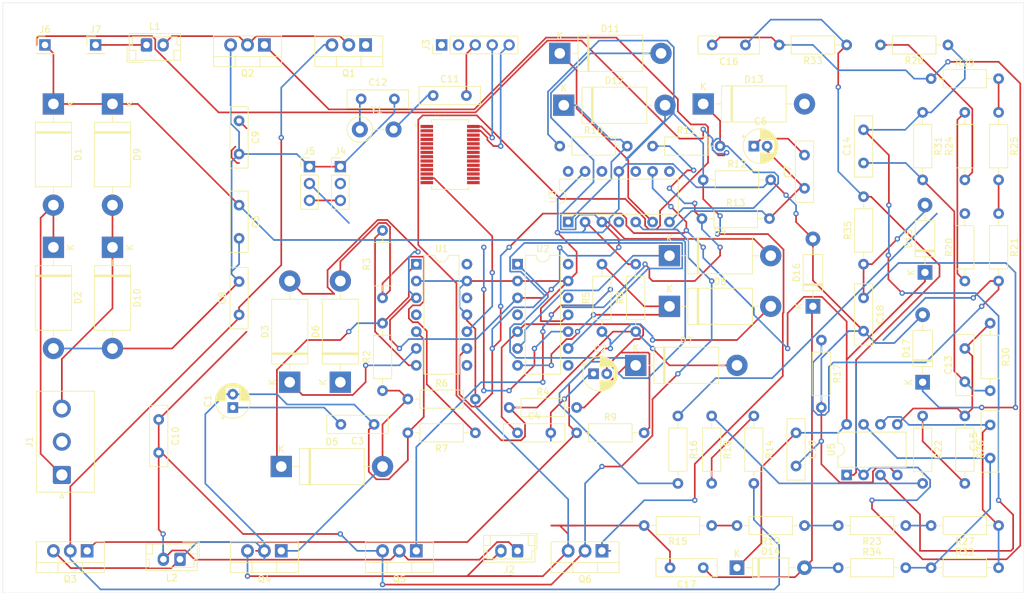
<source format=kicad_pcb>
(kicad_pcb (version 20171130) (host pcbnew "(5.1.5)-3")
  (layers (0 F.Cu signal) (31 B.Cu signal) (34 B.Paste user) (35 F.Paste user) (36 B.SilkS user) (37 F.SilkS user) (38 B.Mask user) (39 F.Mask user) (44 Edge.Cuts user))
  (net 0 "")
  (net 1 "Net-(C1-Pad1)")
  (net 2 BU-VS)
  (net 3 BO-VS)
  (net 4 "Net-(C2-Pad1)")
  (net 5 +300V)
  (net 6 CUR_2)
  (net 7 "Net-(C6-Pad1)")
  (net 8 INV-VS)
  (net 9 +400V)
  (net 10 +100V)
  (net 11 "Net-(C11-Pad1)")
  (net 12 "Net-(C12-Pad1)")
  (net 13 "Net-(C13-Pad2)")
  (net 14 +2.5V)
  (net 15 "Net-(C14-Pad2)")
  (net 16 "Net-(C15-Pad1)")
  (net 17 "Net-(C15-Pad2)")
  (net 18 "Net-(C16-Pad2)")
  (net 19 "Net-(C16-Pad1)")
  (net 20 GRID_C_SEN)
  (net 21 GRID_V_SEN)
  (net 22 +5V)
  (net 23 "Net-(D1-Pad2)")
  (net 24 "Net-(D3-Pad1)")
  (net 25 +12V)
  (net 26 "Net-(D4-Pad1)")
  (net 27 BU-L)
  (net 28 "Net-(D5-Pad1)")
  (net 29 BU-H)
  (net 30 "Net-(D6-Pad1)")
  (net 31 "Net-(D7-Pad1)")
  (net 32 BO-L)
  (net 33 "Net-(D8-Pad1)")
  (net 34 BO-H)
  (net 35 "Net-(D10-Pad1)")
  (net 36 "Net-(D11-Pad1)")
  (net 37 "Net-(D12-Pad1)")
  (net 38 INV-L)
  (net 39 INV-H)
  (net 40 "Net-(D13-Pad1)")
  (net 41 "Net-(J1-Pad2)")
  (net 42 MCLR)
  (net 43 PGD)
  (net 44 PGC)
  (net 45 IND_CUR)
  (net 46 "Net-(J7-Pad1)")
  (net 47 Vs-Bo)
  (net 48 "Net-(R14-Pad1)")
  (net 49 "Net-(R15-Pad1)")
  (net 50 "Net-(R16-Pad1)")
  (net 51 "Net-(R17-Pad1)")
  (net 52 "Net-(R18-Pad1)")
  (net 53 "Net-(R19-Pad1)")
  (net 54 "Net-(R20-Pad1)")
  (net 55 "Net-(R21-Pad1)")
  (net 56 "Net-(R22-Pad1)")
  (net 57 "Net-(R23-Pad1)")
  (net 58 "Net-(R24-Pad1)")
  (net 59 "Net-(R25-Pad1)")
  (net 60 "Net-(U1-Pad14)")
  (net 61 BUCK_PWM_INV)
  (net 62 "Net-(U1-Pad4)")
  (net 63 BUCK_PWM)
  (net 64 "Net-(U1-Pad8)")
  (net 65 "Net-(U2-Pad8)")
  (net 66 BOOST_PWM)
  (net 67 "Net-(U2-Pad4)")
  (net 68 BOOST_PWM_INV)
  (net 69 "Net-(U2-Pad14)")
  (net 70 "Net-(U3-Pad8)")
  (net 71 INVERTER_PWM)
  (net 72 "Net-(U3-Pad4)")
  (net 73 INVERTER_PWM_INV)
  (net 74 "Net-(U3-Pad14)")
  (net 75 "Net-(U4-Pad4)")
  (net 76 "Net-(U4-Pad5)")
  (net 77 "Net-(U4-Pad6)")
  (net 78 "Net-(U4-Pad14)")
  (net 79 "Net-(U4-Pad15)")
  (net 80 "Net-(U4-Pad16)")
  (net 81 "Net-(U4-Pad21)")
  (net 82 "Net-(U4-Pad22)")
  (net 83 "Net-(U4-Pad24)")
  (net 84 "Net-(U4-Pad25)")
  (net 85 "Net-(U4-Pad26)")
  (module Package_DIP:DIP-14_W7.62mm (layer F.Cu) (at 173.99 90.17)
    (fp_text reference U2 (at 3.81 -2.33) (layer F.SilkS))
    (fp_text value IR2110)
    (pad 1 thru_hole rect (at 0 0) (size 1.6 1.6) (drill 0.8) (layers *.Cu *.Mask) (net 31 "Net-(D7-Pad1)"))
    (pad 8 thru_hole oval (at 7.62 15.24) (size 1.6 1.6) (drill 0.8) (layers *.Cu *.Mask) (net 65 "Net-(U2-Pad8)"))
    (pad 2 thru_hole oval (at 0 2.54) (size 1.6 1.6) (drill 0.8) (layers *.Cu *.Mask) (net 6 CUR_2))
    (pad 9 thru_hole oval (at 7.62 12.7) (size 1.6 1.6) (drill 0.8) (layers *.Cu *.Mask) (net 22 +5V))
    (pad 3 thru_hole oval (at 0 5.08) (size 1.6 1.6) (drill 0.8) (layers *.Cu *.Mask) (net 25 +12V))
    (pad 10 thru_hole oval (at 7.62 10.16) (size 1.6 1.6) (drill 0.8) (layers *.Cu *.Mask) (net 66 BOOST_PWM))
    (pad 4 thru_hole oval (at 0 7.62) (size 1.6 1.6) (drill 0.8) (layers *.Cu *.Mask) (net 67 "Net-(U2-Pad4)"))
    (pad 11 thru_hole oval (at 7.62 7.62) (size 1.6 1.6) (drill 0.8) (layers *.Cu *.Mask) (net 6 CUR_2))
    (pad 5 thru_hole oval (at 0 10.16) (size 1.6 1.6) (drill 0.8) (layers *.Cu *.Mask) (net 3 BO-VS))
    (pad 12 thru_hole oval (at 7.62 5.08) (size 1.6 1.6) (drill 0.8) (layers *.Cu *.Mask) (net 68 BOOST_PWM_INV))
    (pad 6 thru_hole oval (at 0 12.7) (size 1.6 1.6) (drill 0.8) (layers *.Cu *.Mask) (net 26 "Net-(D4-Pad1)"))
    (pad 13 thru_hole oval (at 7.62 2.54) (size 1.6 1.6) (drill 0.8) (layers *.Cu *.Mask) (net 6 CUR_2))
    (pad 7 thru_hole oval (at 0 15.24) (size 1.6 1.6) (drill 0.8) (layers *.Cu *.Mask) (net 33 "Net-(D8-Pad1)"))
    (pad 14 thru_hole oval (at 7.62 0) (size 1.6 1.6) (drill 0.8) (layers *.Cu *.Mask) (net 69 "Net-(U2-Pad14)"))
  )
  (module Capacitor_THT:CP_Radial_D5.0mm_P2.00mm (layer F.Cu) (at 131.135001 111.76 90)
    (fp_text reference C1 (at 1 -3.75 90) (layer F.SilkS))
    (fp_text value CP)
    (pad 1 thru_hole rect (at 0 0 90) (size 1.6 1.6) (drill 0.8) (layers *.Cu *.Mask) (net 1 "Net-(C1-Pad1)"))
    (pad 2 thru_hole circle (at 2 0 90) (size 1.6 1.6) (drill 0.8) (layers *.Cu *.Mask) (net 2 BU-VS))
  )
  (module Capacitor_THT:CP_Radial_D5.0mm_P2.00mm (layer F.Cu) (at 185.42 106.68)
    (fp_text reference C2 (at 1 -3.75) (layer F.SilkS))
    (fp_text value CP)
    (pad 2 thru_hole circle (at 2 0) (size 1.6 1.6) (drill 0.8) (layers *.Cu *.Mask) (net 3 BO-VS))
    (pad 1 thru_hole rect (at 0 0) (size 1.6 1.6) (drill 0.8) (layers *.Cu *.Mask) (net 4 "Net-(C2-Pad1)"))
  )
  (module Capacitor_THT:C_Disc_D9.0mm_W2.5mm_P5.00mm (layer F.Cu) (at 152.4 114.3 180)
    (fp_text reference C3 (at 2.5 -2.5) (layer F.SilkS))
    (fp_text value C)
    (pad 2 thru_hole circle (at 5 0 180) (size 1.6 1.6) (drill 0.8) (layers *.Cu *.Mask) (net 1 "Net-(C1-Pad1)"))
    (pad 1 thru_hole circle (at 0 0 180) (size 1.6 1.6) (drill 0.8) (layers *.Cu *.Mask) (net 2 BU-VS))
  )
  (module Capacitor_THT:C_Disc_D9.0mm_W2.5mm_P5.00mm (layer F.Cu) (at 173.99 115.57)
    (fp_text reference C4 (at 2.5 -2.5) (layer F.SilkS))
    (fp_text value C)
    (pad 1 thru_hole circle (at 0 0) (size 1.6 1.6) (drill 0.8) (layers *.Cu *.Mask) (net 3 BO-VS))
    (pad 2 thru_hole circle (at 5 0) (size 1.6 1.6) (drill 0.8) (layers *.Cu *.Mask) (net 4 "Net-(C2-Pad1)"))
  )
  (module Capacitor_THT:C_Disc_D9.0mm_W2.5mm_P5.00mm (layer F.Cu) (at 132.08 81.28 270)
    (fp_text reference C5 (at 2.5 -2.5 90) (layer F.SilkS))
    (fp_text value C)
    (pad 1 thru_hole circle (at 0 0 270) (size 1.6 1.6) (drill 0.8) (layers *.Cu *.Mask) (net 5 +300V))
    (pad 2 thru_hole circle (at 5 0 270) (size 1.6 1.6) (drill 0.8) (layers *.Cu *.Mask) (net 6 CUR_2))
  )
  (module Capacitor_THT:CP_Radial_D5.0mm_P2.00mm (layer F.Cu) (at 209.55 72.39)
    (fp_text reference C6 (at 1 -3.75) (layer F.SilkS))
    (fp_text value CP)
    (pad 1 thru_hole rect (at 0 0) (size 1.6 1.6) (drill 0.8) (layers *.Cu *.Mask) (net 7 "Net-(C6-Pad1)"))
    (pad 2 thru_hole circle (at 2 0) (size 1.6 1.6) (drill 0.8) (layers *.Cu *.Mask) (net 8 INV-VS))
  )
  (module Capacitor_THT:C_Disc_D9.0mm_W2.5mm_P5.00mm (layer F.Cu) (at 217.17 78.74 90)
    (fp_text reference C7 (at 2.5 -2.5 90) (layer F.SilkS))
    (fp_text value C)
    (pad 2 thru_hole circle (at 5 0 90) (size 1.6 1.6) (drill 0.8) (layers *.Cu *.Mask) (net 7 "Net-(C6-Pad1)"))
    (pad 1 thru_hole circle (at 0 0 90) (size 1.6 1.6) (drill 0.8) (layers *.Cu *.Mask) (net 8 INV-VS))
  )
  (module Capacitor_THT:C_Disc_D9.0mm_W2.5mm_P5.00mm (layer F.Cu) (at 132.08 97.79 90)
    (fp_text reference C8 (at 2.5 -2.5 90) (layer F.SilkS))
    (fp_text value C)
    (pad 2 thru_hole circle (at 5 0 90) (size 1.6 1.6) (drill 0.8) (layers *.Cu *.Mask) (net 6 CUR_2))
    (pad 1 thru_hole circle (at 0 0 90) (size 1.6 1.6) (drill 0.8) (layers *.Cu *.Mask) (net 9 +400V))
  )
  (module Capacitor_THT:C_Disc_D9.0mm_W2.5mm_P5.00mm (layer F.Cu) (at 132.08 68.58 270)
    (fp_text reference C9 (at 2.5 -2.5 90) (layer F.SilkS))
    (fp_text value C)
    (pad 1 thru_hole circle (at 0 0 270) (size 1.6 1.6) (drill 0.8) (layers *.Cu *.Mask) (net 10 +100V))
    (pad 2 thru_hole circle (at 5 0 270) (size 1.6 1.6) (drill 0.8) (layers *.Cu *.Mask) (net 6 CUR_2))
  )
  (module Capacitor_THT:C_Disc_D9.0mm_W2.5mm_P5.00mm (layer F.Cu) (at 119.985001 113.564999 270)
    (fp_text reference C10 (at 2.5 -2.5 90) (layer F.SilkS))
    (fp_text value C)
    (pad 1 thru_hole circle (at 0 0 270) (size 1.6 1.6) (drill 0.8) (layers *.Cu *.Mask) (net 10 +100V))
    (pad 2 thru_hole circle (at 5 0 270) (size 1.6 1.6) (drill 0.8) (layers *.Cu *.Mask) (net 8 INV-VS))
  )
  (module Capacitor_THT:C_Disc_D9.0mm_W2.5mm_P5.00mm (layer F.Cu) (at 161.29 64.77)
    (fp_text reference C11 (at 2.5 -2.5) (layer F.SilkS))
    (fp_text value C)
    (pad 2 thru_hole circle (at 5 0) (size 1.6 1.6) (drill 0.8) (layers *.Cu *.Mask) (net 6 CUR_2))
    (pad 1 thru_hole circle (at 0 0) (size 1.6 1.6) (drill 0.8) (layers *.Cu *.Mask) (net 11 "Net-(C11-Pad1)"))
  )
  (module Capacitor_THT:C_Disc_D9.0mm_W2.5mm_P5.00mm (layer F.Cu) (at 150.455001 65.285001)
    (fp_text reference C12 (at 2.5 -2.5) (layer F.SilkS))
    (fp_text value C)
    (pad 1 thru_hole circle (at 0 0) (size 1.6 1.6) (drill 0.8) (layers *.Cu *.Mask) (net 12 "Net-(C12-Pad1)"))
    (pad 2 thru_hole circle (at 5 0) (size 1.6 1.6) (drill 0.8) (layers *.Cu *.Mask) (net 6 CUR_2))
  )
  (module Capacitor_THT:C_Disc_D9.0mm_W2.5mm_P5.00mm (layer F.Cu) (at 241.3 107.87 90)
    (fp_text reference C13 (at 2.5 -2.5 90) (layer F.SilkS))
    (fp_text value 1nF)
    (pad 2 thru_hole circle (at 5 0 90) (size 1.6 1.6) (drill 0.8) (layers *.Cu *.Mask) (net 13 "Net-(C13-Pad2)"))
    (pad 1 thru_hole circle (at 0 0 90) (size 1.6 1.6) (drill 0.8) (layers *.Cu *.Mask) (net 14 +2.5V))
  )
  (module Capacitor_THT:C_Disc_D9.0mm_W2.5mm_P5.00mm (layer F.Cu) (at 226.06 74.93 90)
    (fp_text reference C14 (at 2.5 -2.5 90) (layer F.SilkS))
    (fp_text value 1nF)
    (pad 1 thru_hole circle (at 0 0 90) (size 1.6 1.6) (drill 0.8) (layers *.Cu *.Mask) (net 14 +2.5V))
    (pad 2 thru_hole circle (at 5 0 90) (size 1.6 1.6) (drill 0.8) (layers *.Cu *.Mask) (net 15 "Net-(C14-Pad2)"))
  )
  (module Capacitor_THT:C_Disc_D9.0mm_W2.5mm_P5.00mm (layer F.Cu) (at 245.11 119.38 90)
    (fp_text reference C15 (at 2.5 -2.5 90) (layer F.SilkS))
    (fp_text value 1nF)
    (pad 1 thru_hole circle (at 0 0 90) (size 1.6 1.6) (drill 0.8) (layers *.Cu *.Mask) (net 16 "Net-(C15-Pad1)"))
    (pad 2 thru_hole circle (at 5 0 90) (size 1.6 1.6) (drill 0.8) (layers *.Cu *.Mask) (net 17 "Net-(C15-Pad2)"))
  )
  (module Capacitor_THT:C_Disc_D9.0mm_W2.5mm_P5.00mm (layer F.Cu) (at 208.28 57.15 180)
    (fp_text reference C16 (at 2.5 -2.5) (layer F.SilkS))
    (fp_text value 1nF)
    (pad 2 thru_hole circle (at 5 0 180) (size 1.6 1.6) (drill 0.8) (layers *.Cu *.Mask) (net 18 "Net-(C16-Pad2)"))
    (pad 1 thru_hole circle (at 0 0 180) (size 1.6 1.6) (drill 0.8) (layers *.Cu *.Mask) (net 19 "Net-(C16-Pad1)"))
  )
  (module Capacitor_THT:C_Disc_D9.0mm_W2.5mm_P5.00mm (layer F.Cu) (at 201.93 135.89 180)
    (fp_text reference C17 (at 2.5 -2.5) (layer F.SilkS))
    (fp_text value 10nF)
    (pad 2 thru_hole circle (at 5 0 180) (size 1.6 1.6) (drill 0.8) (layers *.Cu *.Mask) (net 6 CUR_2))
    (pad 1 thru_hole circle (at 0 0 180) (size 1.6 1.6) (drill 0.8) (layers *.Cu *.Mask) (net 20 GRID_C_SEN))
  )
  (module Capacitor_THT:C_Disc_D9.0mm_W2.5mm_P5.00mm (layer F.Cu) (at 226.06 95.25 270)
    (fp_text reference C18 (at 2.5 -2.5 90) (layer F.SilkS))
    (fp_text value 10nF)
    (pad 1 thru_hole circle (at 0 0 270) (size 1.6 1.6) (drill 0.8) (layers *.Cu *.Mask) (net 21 GRID_V_SEN))
    (pad 2 thru_hole circle (at 5 0 270) (size 1.6 1.6) (drill 0.8) (layers *.Cu *.Mask) (net 6 CUR_2))
  )
  (module Capacitor_THT:C_Disc_D9.0mm_W2.5mm_P5.00mm (layer F.Cu) (at 215.9 115.57 270)
    (fp_text reference C19 (at 2.5 -2.5 90) (layer F.SilkS))
    (fp_text value 0.1uF)
    (pad 2 thru_hole circle (at 5 0 270) (size 1.6 1.6) (drill 0.8) (layers *.Cu *.Mask) (net 6 CUR_2))
    (pad 1 thru_hole circle (at 0 0 270) (size 1.6 1.6) (drill 0.8) (layers *.Cu *.Mask) (net 22 +5V))
  )
  (module Diode_THT:D_DO-201AD_P15.24mm_Horizontal (layer F.Cu) (at 104.14 66.04 270)
    (fp_text reference D1 (at 7.62 -3.72 90) (layer F.SilkS))
    (fp_text value 1N5405)
    (fp_text user K (at 0 -2.6 90) (layer F.SilkS))
    (pad 1 thru_hole rect (at 0 0 270) (size 3.2 3.2) (drill 1.6) (layers *.Cu *.Mask) (net 5 +300V))
    (pad 2 thru_hole oval (at 15.24 0 270) (size 3.2 3.2) (drill 1.6) (layers *.Cu *.Mask) (net 23 "Net-(D1-Pad2)"))
  )
  (module Diode_THT:D_DO-201AD_P15.24mm_Horizontal (layer F.Cu) (at 104.14 87.63 270)
    (fp_text reference D2 (at 7.62 -3.72 90) (layer F.SilkS))
    (fp_text value 1N5405)
    (fp_text user K (at 0 -2.6 90) (layer F.SilkS))
    (pad 1 thru_hole rect (at 0 0 270) (size 3.2 3.2) (drill 1.6) (layers *.Cu *.Mask) (net 23 "Net-(D1-Pad2)"))
    (pad 2 thru_hole oval (at 15.24 0 270) (size 3.2 3.2) (drill 1.6) (layers *.Cu *.Mask) (net 6 CUR_2))
  )
  (module Diode_THT:D_DO-201AD_P15.24mm_Horizontal (layer F.Cu) (at 139.7 107.95 90)
    (fp_text reference D3 (at 7.62 -3.72 90) (layer F.SilkS))
    (fp_text value UF5400)
    (fp_text user K (at 0 -2.6 90) (layer F.SilkS))
    (pad 1 thru_hole rect (at 0 0 90) (size 3.2 3.2) (drill 1.6) (layers *.Cu *.Mask) (net 24 "Net-(D3-Pad1)"))
    (pad 2 thru_hole oval (at 15.24 0 90) (size 3.2 3.2) (drill 1.6) (layers *.Cu *.Mask) (net 25 +12V))
  )
  (module Diode_THT:D_DO-201AD_P15.24mm_Horizontal (layer F.Cu) (at 196.85 88.9)
    (fp_text reference D4 (at 7.62 -3.72) (layer F.SilkS))
    (fp_text value UF5400)
    (fp_text user K (at 0 -2.6) (layer F.SilkS))
    (pad 2 thru_hole oval (at 15.24 0) (size 3.2 3.2) (drill 1.6) (layers *.Cu *.Mask) (net 25 +12V))
    (pad 1 thru_hole rect (at 0 0) (size 3.2 3.2) (drill 1.6) (layers *.Cu *.Mask) (net 26 "Net-(D4-Pad1)"))
  )
  (module Diode_THT:D_DO-201AD_P15.24mm_Horizontal (layer F.Cu) (at 138.43 120.65)
    (fp_text reference D5 (at 7.62 -3.72) (layer F.SilkS))
    (fp_text value UF5400)
    (fp_text user K (at 0 -2.6) (layer F.SilkS))
    (pad 2 thru_hole oval (at 15.24 0) (size 3.2 3.2) (drill 1.6) (layers *.Cu *.Mask) (net 27 BU-L))
    (pad 1 thru_hole rect (at 0 0) (size 3.2 3.2) (drill 1.6) (layers *.Cu *.Mask) (net 28 "Net-(D5-Pad1)"))
  )
  (module Diode_THT:D_DO-201AD_P15.24mm_Horizontal (layer F.Cu) (at 147.32 107.95 90)
    (fp_text reference D6 (at 7.62 -3.72 90) (layer F.SilkS))
    (fp_text value UF5400)
    (fp_text user K (at 0 -2.6 90) (layer F.SilkS))
    (pad 2 thru_hole oval (at 15.24 0 90) (size 3.2 3.2) (drill 1.6) (layers *.Cu *.Mask) (net 29 BU-H))
    (pad 1 thru_hole rect (at 0 0 90) (size 3.2 3.2) (drill 1.6) (layers *.Cu *.Mask) (net 30 "Net-(D6-Pad1)"))
  )
  (module Diode_THT:D_DO-201AD_P15.24mm_Horizontal (layer F.Cu) (at 191.77 105.41)
    (fp_text reference D7 (at 7.62 -3.72) (layer F.SilkS))
    (fp_text value UF5400)
    (fp_text user K (at 0 -2.6) (layer F.SilkS))
    (pad 1 thru_hole rect (at 0 0) (size 3.2 3.2) (drill 1.6) (layers *.Cu *.Mask) (net 31 "Net-(D7-Pad1)"))
    (pad 2 thru_hole oval (at 15.24 0) (size 3.2 3.2) (drill 1.6) (layers *.Cu *.Mask) (net 32 BO-L))
  )
  (module Diode_THT:D_DO-201AD_P15.24mm_Horizontal (layer F.Cu) (at 196.85 96.52)
    (fp_text reference D8 (at 7.62 -3.72) (layer F.SilkS))
    (fp_text value UF5400)
    (fp_text user K (at 0 -2.6) (layer F.SilkS))
    (pad 1 thru_hole rect (at 0 0) (size 3.2 3.2) (drill 1.6) (layers *.Cu *.Mask) (net 33 "Net-(D8-Pad1)"))
    (pad 2 thru_hole oval (at 15.24 0) (size 3.2 3.2) (drill 1.6) (layers *.Cu *.Mask) (net 34 BO-H))
  )
  (module Diode_THT:D_DO-201AD_P15.24mm_Horizontal (layer F.Cu) (at 113.03 66.04 270)
    (fp_text reference D9 (at 7.62 -3.72 90) (layer F.SilkS))
    (fp_text value 1N5405)
    (fp_text user K (at 0 -2.6 90) (layer F.SilkS))
    (pad 1 thru_hole rect (at 0 0 270) (size 3.2 3.2) (drill 1.6) (layers *.Cu *.Mask) (net 5 +300V))
    (pad 2 thru_hole oval (at 15.24 0 270) (size 3.2 3.2) (drill 1.6) (layers *.Cu *.Mask) (net 35 "Net-(D10-Pad1)"))
  )
  (module Diode_THT:D_DO-201AD_P15.24mm_Horizontal (layer F.Cu) (at 113.03 87.63 270)
    (fp_text reference D10 (at 7.62 -3.72 90) (layer F.SilkS))
    (fp_text value 1N5405)
    (fp_text user K (at 0 -2.6 90) (layer F.SilkS))
    (pad 2 thru_hole oval (at 15.24 0 270) (size 3.2 3.2) (drill 1.6) (layers *.Cu *.Mask) (net 6 CUR_2))
    (pad 1 thru_hole rect (at 0 0 270) (size 3.2 3.2) (drill 1.6) (layers *.Cu *.Mask) (net 35 "Net-(D10-Pad1)"))
  )
  (module Diode_THT:D_DO-201AD_P15.24mm_Horizontal (layer F.Cu) (at 180.34 58.42)
    (fp_text reference D11 (at 7.62 -3.72) (layer F.SilkS))
    (fp_text value UF5400)
    (fp_text user K (at 0 -2.6) (layer F.SilkS))
    (pad 2 thru_hole oval (at 15.24 0) (size 3.2 3.2) (drill 1.6) (layers *.Cu *.Mask) (net 25 +12V))
    (pad 1 thru_hole rect (at 0 0) (size 3.2 3.2) (drill 1.6) (layers *.Cu *.Mask) (net 36 "Net-(D11-Pad1)"))
  )
  (module Diode_THT:D_DO-201AD_P15.24mm_Horizontal (layer F.Cu) (at 180.945001 66.235001)
    (fp_text reference D12 (at 7.62 -3.72) (layer F.SilkS))
    (fp_text value UF5400)
    (fp_text user K (at 0 -2.6) (layer F.SilkS))
    (pad 1 thru_hole rect (at 0 0) (size 3.2 3.2) (drill 1.6) (layers *.Cu *.Mask) (net 37 "Net-(D12-Pad1)"))
    (pad 2 thru_hole oval (at 15.24 0) (size 3.2 3.2) (drill 1.6) (layers *.Cu *.Mask) (net 38 INV-L))
  )
  (module Diode_THT:D_DO-201AD_P15.24mm_Horizontal (layer F.Cu) (at 201.93 66.04)
    (fp_text reference D13 (at 7.62 -3.72) (layer F.SilkS))
    (fp_text value UF5400)
    (fp_text user K (at 0 -2.6) (layer F.SilkS))
    (pad 2 thru_hole oval (at 15.24 0) (size 3.2 3.2) (drill 1.6) (layers *.Cu *.Mask) (net 39 INV-H))
    (pad 1 thru_hole rect (at 0 0) (size 3.2 3.2) (drill 1.6) (layers *.Cu *.Mask) (net 40 "Net-(D13-Pad1)"))
  )
  (module Diode_THT:D_DO-41_SOD81_P10.16mm_Horizontal (layer F.Cu) (at 207.01 135.89)
    (fp_text reference D14 (at 5.08 -2.47) (layer F.SilkS))
    (fp_text value D_Schottky)
    (fp_text user K (at 0 -2.1) (layer F.SilkS))
    (pad 1 thru_hole rect (at 0 0) (size 2.2 2.2) (drill 1.1) (layers *.Cu *.Mask) (net 22 +5V))
    (pad 2 thru_hole oval (at 10.16 0) (size 2.2 2.2) (drill 1.1) (layers *.Cu *.Mask) (net 20 GRID_C_SEN))
  )
  (module Diode_THT:D_DO-41_SOD81_P10.16mm_Horizontal (layer F.Cu) (at 235.305001 91.414999 90)
    (fp_text reference D15 (at 5.08 -2.47 90) (layer F.SilkS))
    (fp_text value D_Schottky)
    (fp_text user K (at 0 -2.1 90) (layer F.SilkS))
    (pad 2 thru_hole oval (at 10.16 0 90) (size 2.2 2.2) (drill 1.1) (layers *.Cu *.Mask) (net 21 GRID_V_SEN))
    (pad 1 thru_hole rect (at 0 0 90) (size 2.2 2.2) (drill 1.1) (layers *.Cu *.Mask) (net 22 +5V))
  )
  (module Diode_THT:D_DO-41_SOD81_P10.16mm_Horizontal (layer F.Cu) (at 218.44 96.52 90)
    (fp_text reference D16 (at 5.08 -2.47 90) (layer F.SilkS))
    (fp_text value D_Schottky)
    (fp_text user K (at 0 -2.1 90) (layer F.SilkS))
    (pad 2 thru_hole oval (at 10.16 0 90) (size 2.2 2.2) (drill 1.1) (layers *.Cu *.Mask) (net 6 CUR_2))
    (pad 1 thru_hole rect (at 0 0 90) (size 2.2 2.2) (drill 1.1) (layers *.Cu *.Mask) (net 20 GRID_C_SEN))
  )
  (module Diode_THT:D_DO-41_SOD81_P10.16mm_Horizontal (layer F.Cu) (at 234.95 107.95 90)
    (fp_text reference D17 (at 5.08 -2.47 90) (layer F.SilkS))
    (fp_text value D_Schottky)
    (fp_text user K (at 0 -2.1 90) (layer F.SilkS))
    (pad 1 thru_hole rect (at 0 0 90) (size 2.2 2.2) (drill 1.1) (layers *.Cu *.Mask) (net 21 GRID_V_SEN))
    (pad 2 thru_hole oval (at 10.16 0 90) (size 2.2 2.2) (drill 1.1) (layers *.Cu *.Mask) (net 6 CUR_2))
  )
  (module Connector_JST:JST_EH_B2B-EH-A_1x02_P2.50mm_Vertical (layer F.Cu) (at 173.99 133.35 180)
    (fp_text reference J2 (at 1.25 -2.8) (layer F.SilkS))
    (fp_text value Conn_01x02_Female)
    (pad 1 thru_hole roundrect (at 0 0 180) (size 1.7 2) (drill 1) (layers *.Cu *.Mask) (roundrect_rratio 0.147059) (net 10 +100V))
    (pad 2 thru_hole oval (at 2.5 0 180) (size 1.7 2) (drill 1) (layers *.Cu *.Mask) (net 6 CUR_2))
  )
  (module Connector_PinHeader_2.54mm:PinHeader_1x05_P2.54mm_Vertical (layer F.Cu) (at 162.56 57.15 90)
    (fp_text reference J3 (at 0 -2.33 90) (layer F.SilkS))
    (fp_text value Conn_01x05_Male)
    (pad 1 thru_hole rect (at 0 0 90) (size 1.7 1.7) (drill 1) (layers *.Cu *.Mask) (net 42 MCLR))
    (pad 2 thru_hole oval (at 0 2.54 90) (size 1.7 1.7) (drill 1) (layers *.Cu *.Mask) (net 22 +5V))
    (pad 3 thru_hole oval (at 0 5.08 90) (size 1.7 1.7) (drill 1) (layers *.Cu *.Mask) (net 6 CUR_2))
    (pad 4 thru_hole oval (at 0 7.62 90) (size 1.7 1.7) (drill 1) (layers *.Cu *.Mask) (net 43 PGD))
    (pad 5 thru_hole oval (at 0 10.16 90) (size 1.7 1.7) (drill 1) (layers *.Cu *.Mask) (net 44 PGC))
  )
  (module Connector_PinHeader_2.54mm:PinHeader_1x03_P2.54mm_Vertical (layer F.Cu) (at 147.325001 75.485001)
    (fp_text reference J4 (at 0 -2.33) (layer F.SilkS))
    (fp_text value Conn_01x03_Female)
    (pad 3 thru_hole oval (at 0 5.08) (size 1.7 1.7) (drill 1) (layers *.Cu *.Mask) (net 22 +5V))
    (pad 2 thru_hole oval (at 0 2.54) (size 1.7 1.7) (drill 1) (layers *.Cu *.Mask) (net 45 IND_CUR))
    (pad 1 thru_hole rect (at 0 0) (size 1.7 1.7) (drill 1) (layers *.Cu *.Mask) (net 6 CUR_2))
  )
  (module Connector_PinHeader_2.54mm:PinHeader_1x03_P2.54mm_Vertical (layer F.Cu) (at 142.675001 75.485001)
    (fp_text reference J5 (at 0 -2.33) (layer F.SilkS))
    (fp_text value Conn_01x03_Female)
    (pad 1 thru_hole rect (at 0 0) (size 1.7 1.7) (drill 1) (layers *.Cu *.Mask) (net 6 CUR_2))
    (pad 2 thru_hole oval (at 0 2.54) (size 1.7 1.7) (drill 1) (layers *.Cu *.Mask) (net 25 +12V))
    (pad 3 thru_hole oval (at 0 5.08) (size 1.7 1.7) (drill 1) (layers *.Cu *.Mask) (net 22 +5V))
  )
  (module Connector_PinHeader_2.54mm:PinHeader_1x01_P2.54mm_Vertical (layer F.Cu) (at 102.87 57.15)
    (fp_text reference J6 (at 0 -2.33) (layer F.SilkS))
    (fp_text value Conn_01x01_Male)
    (pad 1 thru_hole rect (at 0 0) (size 1.7 1.7) (drill 1) (layers *.Cu *.Mask) (net 5 +300V))
  )
  (module Connector_PinHeader_2.54mm:PinHeader_1x01_P2.54mm_Vertical (layer F.Cu) (at 110.49 57.15)
    (fp_text reference J7 (at 0 -2.33) (layer F.SilkS))
    (fp_text value Conn_01x01_Male)
    (pad 1 thru_hole rect (at 0 0) (size 1.7 1.7) (drill 1) (layers *.Cu *.Mask) (net 46 "Net-(J7-Pad1)"))
  )
  (module Package_TO_SOT_THT:TO-220-3_Vertical (layer F.Cu) (at 151.13 57.15 180)
    (fp_text reference Q1 (at 2.54 -4.27) (layer F.SilkS))
    (fp_text value IRF740)
    (pad 1 thru_hole rect (at 0 0 180) (size 1.905 2) (drill 1.1) (layers *.Cu *.Mask) (net 34 BO-H))
    (pad 2 thru_hole oval (at 2.54 0 180) (size 1.905 2) (drill 1.1) (layers *.Cu *.Mask) (net 47 Vs-Bo))
    (pad 3 thru_hole oval (at 5.08 0 180) (size 1.905 2) (drill 1.1) (layers *.Cu *.Mask) (net 9 +400V))
  )
  (module Package_TO_SOT_THT:TO-220-3_Vertical (layer F.Cu) (at 135.89 57.15 180)
    (fp_text reference Q2 (at 2.54 -4.27) (layer F.SilkS))
    (fp_text value IRF740)
    (pad 3 thru_hole oval (at 5.08 0 180) (size 1.905 2) (drill 1.1) (layers *.Cu *.Mask) (net 6 CUR_2))
    (pad 2 thru_hole oval (at 2.54 0 180) (size 1.905 2) (drill 1.1) (layers *.Cu *.Mask) (net 47 Vs-Bo))
    (pad 1 thru_hole rect (at 0 0 180) (size 1.905 2) (drill 1.1) (layers *.Cu *.Mask) (net 32 BO-L))
  )
  (module Package_TO_SOT_THT:TO-220-3_Vertical (layer F.Cu) (at 109.22 133.35 180)
    (fp_text reference Q3 (at 2.54 -4.27) (layer F.SilkS))
    (fp_text value IRF740)
    (pad 1 thru_hole rect (at 0 0 180) (size 1.905 2) (drill 1.1) (layers *.Cu *.Mask) (net 34 BO-H))
    (pad 2 thru_hole oval (at 2.54 0 180) (size 1.905 2) (drill 1.1) (layers *.Cu *.Mask) (net 9 +400V))
    (pad 3 thru_hole oval (at 5.08 0 180) (size 1.905 2) (drill 1.1) (layers *.Cu *.Mask) (net 2 BU-VS))
  )
  (module Package_TO_SOT_THT:TO-220-3_Vertical (layer F.Cu) (at 138.43 133.35 180)
    (fp_text reference Q4 (at 2.54 -4.27) (layer F.SilkS))
    (fp_text value IRF740)
    (pad 3 thru_hole oval (at 5.08 0 180) (size 1.905 2) (drill 1.1) (layers *.Cu *.Mask) (net 6 CUR_2))
    (pad 2 thru_hole oval (at 2.54 0 180) (size 1.905 2) (drill 1.1) (layers *.Cu *.Mask) (net 2 BU-VS))
    (pad 1 thru_hole rect (at 0 0 180) (size 1.905 2) (drill 1.1) (layers *.Cu *.Mask) (net 27 BU-L))
  )
  (module Package_TO_SOT_THT:TO-220-3_Vertical (layer F.Cu) (at 158.75 133.35 180)
    (fp_text reference Q5 (at 2.54 -4.27) (layer F.SilkS))
    (fp_text value IRF740)
    (pad 3 thru_hole oval (at 5.08 0 180) (size 1.905 2) (drill 1.1) (layers *.Cu *.Mask) (net 8 INV-VS))
    (pad 2 thru_hole oval (at 2.54 0 180) (size 1.905 2) (drill 1.1) (layers *.Cu *.Mask) (net 10 +100V))
    (pad 1 thru_hole rect (at 0 0 180) (size 1.905 2) (drill 1.1) (layers *.Cu *.Mask) (net 39 INV-H))
  )
  (module Package_TO_SOT_THT:TO-220-3_Vertical (layer F.Cu) (at 186.69 133.35 180)
    (fp_text reference Q6 (at 2.54 -4.27) (layer F.SilkS))
    (fp_text value IRF740)
    (pad 1 thru_hole rect (at 0 0 180) (size 1.905 2) (drill 1.1) (layers *.Cu *.Mask) (net 38 INV-L))
    (pad 2 thru_hole oval (at 2.54 0 180) (size 1.905 2) (drill 1.1) (layers *.Cu *.Mask) (net 8 INV-VS))
    (pad 3 thru_hole oval (at 5.08 0 180) (size 1.905 2) (drill 1.1) (layers *.Cu *.Mask) (net 6 CUR_2))
  )
  (module Resistor_THT:R_Axial_DIN0207_L6.3mm_D2.5mm_P10.16mm_Horizontal (layer F.Cu) (at 153.67 109.22 90)
    (fp_text reference R2 (at 5.08 -2.37 90) (layer F.SilkS))
    (fp_text value R)
    (pad 2 thru_hole oval (at 10.16 0 90) (size 1.6 1.6) (drill 0.8) (layers *.Cu *.Mask) (net 28 "Net-(D5-Pad1)"))
    (pad 1 thru_hole circle (at 0 0 90) (size 1.6 1.6) (drill 0.8) (layers *.Cu *.Mask) (net 27 BU-L))
  )
  (module Resistor_THT:R_Axial_DIN0207_L6.3mm_D2.5mm_P10.16mm_Horizontal (layer F.Cu) (at 153.67 95.25 90)
    (fp_text reference R3 (at 5.08 -2.37 90) (layer F.SilkS))
    (fp_text value R)
    (pad 2 thru_hole oval (at 10.16 0 90) (size 1.6 1.6) (drill 0.8) (layers *.Cu *.Mask) (net 30 "Net-(D6-Pad1)"))
    (pad 1 thru_hole circle (at 0 0 90) (size 1.6 1.6) (drill 0.8) (layers *.Cu *.Mask) (net 29 BU-H))
  )
  (module Resistor_THT:R_Axial_DIN0207_L6.3mm_D2.5mm_P10.16mm_Horizontal (layer F.Cu) (at 172.72 111.76)
    (fp_text reference R4 (at 5.08 -2.37) (layer F.SilkS))
    (fp_text value R)
    (pad 1 thru_hole circle (at 0 0) (size 1.6 1.6) (drill 0.8) (layers *.Cu *.Mask) (net 32 BO-L))
    (pad 2 thru_hole oval (at 10.16 0) (size 1.6 1.6) (drill 0.8) (layers *.Cu *.Mask) (net 31 "Net-(D7-Pad1)"))
  )
  (module Resistor_THT:R_Axial_DIN0207_L6.3mm_D2.5mm_P10.16mm_Horizontal (layer F.Cu) (at 186.69 100.33 90)
    (fp_text reference R5 (at 5.08 -2.37 90) (layer F.SilkS))
    (fp_text value R)
    (pad 2 thru_hole oval (at 10.16 0 90) (size 1.6 1.6) (drill 0.8) (layers *.Cu *.Mask) (net 33 "Net-(D8-Pad1)"))
    (pad 1 thru_hole circle (at 0 0 90) (size 1.6 1.6) (drill 0.8) (layers *.Cu *.Mask) (net 34 BO-H))
  )
  (module Resistor_THT:R_Axial_DIN0207_L6.3mm_D2.5mm_P10.16mm_Horizontal (layer F.Cu) (at 157.48 110.49)
    (fp_text reference R6 (at 5.08 -2.37) (layer F.SilkS))
    (fp_text value R)
    (pad 2 thru_hole oval (at 10.16 0) (size 1.6 1.6) (drill 0.8) (layers *.Cu *.Mask) (net 6 CUR_2))
    (pad 1 thru_hole circle (at 0 0) (size 1.6 1.6) (drill 0.8) (layers *.Cu *.Mask) (net 27 BU-L))
  )
  (module Resistor_THT:R_Axial_DIN0207_L6.3mm_D2.5mm_P10.16mm_Horizontal (layer F.Cu) (at 167.64 115.57 180)
    (fp_text reference R7 (at 5.08 -2.37) (layer F.SilkS))
    (fp_text value R)
    (pad 1 thru_hole circle (at 0 0 180) (size 1.6 1.6) (drill 0.8) (layers *.Cu *.Mask) (net 29 BU-H))
    (pad 2 thru_hole oval (at 10.16 0 180) (size 1.6 1.6) (drill 0.8) (layers *.Cu *.Mask) (net 2 BU-VS))
  )
  (module Resistor_THT:R_Axial_DIN0207_L6.3mm_D2.5mm_P10.16mm_Horizontal (layer F.Cu) (at 191.77 100.33 90)
    (fp_text reference R8 (at 5.08 -2.37 90) (layer F.SilkS))
    (fp_text value R)
    (pad 2 thru_hole oval (at 10.16 0 90) (size 1.6 1.6) (drill 0.8) (layers *.Cu *.Mask) (net 6 CUR_2))
    (pad 1 thru_hole circle (at 0 0 90) (size 1.6 1.6) (drill 0.8) (layers *.Cu *.Mask) (net 32 BO-L))
  )
  (module Resistor_THT:R_Axial_DIN0207_L6.3mm_D2.5mm_P10.16mm_Horizontal (layer F.Cu) (at 182.88 115.57)
    (fp_text reference R9 (at 5.08 -2.37) (layer F.SilkS))
    (fp_text value R)
    (pad 2 thru_hole oval (at 10.16 0) (size 1.6 1.6) (drill 0.8) (layers *.Cu *.Mask) (net 3 BO-VS))
    (pad 1 thru_hole circle (at 0 0) (size 1.6 1.6) (drill 0.8) (layers *.Cu *.Mask) (net 34 BO-H))
  )
  (module Resistor_THT:R_Axial_DIN0207_L6.3mm_D2.5mm_P10.16mm_Horizontal (layer F.Cu) (at 180.34 72.39)
    (fp_text reference R10 (at 5.08 -2.37) (layer F.SilkS))
    (fp_text value R)
    (pad 2 thru_hole oval (at 10.16 0) (size 1.6 1.6) (drill 0.8) (layers *.Cu *.Mask) (net 37 "Net-(D12-Pad1)"))
    (pad 1 thru_hole circle (at 0 0) (size 1.6 1.6) (drill 0.8) (layers *.Cu *.Mask) (net 38 INV-L))
  )
  (module Resistor_THT:R_Axial_DIN0207_L6.3mm_D2.5mm_P10.16mm_Horizontal (layer F.Cu) (at 194.31 72.39)
    (fp_text reference R11 (at 5.08 -2.37) (layer F.SilkS))
    (fp_text value R)
    (pad 1 thru_hole circle (at 0 0) (size 1.6 1.6) (drill 0.8) (layers *.Cu *.Mask) (net 39 INV-H))
    (pad 2 thru_hole oval (at 10.16 0) (size 1.6 1.6) (drill 0.8) (layers *.Cu *.Mask) (net 40 "Net-(D13-Pad1)"))
  )
  (module Resistor_THT:R_Axial_DIN0207_L6.3mm_D2.5mm_P10.16mm_Horizontal (layer F.Cu) (at 201.93 77.47)
    (fp_text reference R12 (at 5.08 -2.37) (layer F.SilkS))
    (fp_text value R)
    (pad 1 thru_hole circle (at 0 0) (size 1.6 1.6) (drill 0.8) (layers *.Cu *.Mask) (net 38 INV-L))
    (pad 2 thru_hole oval (at 10.16 0) (size 1.6 1.6) (drill 0.8) (layers *.Cu *.Mask) (net 6 CUR_2))
  )
  (module Resistor_THT:R_Axial_DIN0207_L6.3mm_D2.5mm_P10.16mm_Horizontal (layer F.Cu) (at 201.735001 83.305001)
    (fp_text reference R13 (at 5.08 -2.37) (layer F.SilkS))
    (fp_text value R)
    (pad 1 thru_hole circle (at 0 0) (size 1.6 1.6) (drill 0.8) (layers *.Cu *.Mask) (net 39 INV-H))
    (pad 2 thru_hole oval (at 10.16 0) (size 1.6 1.6) (drill 0.8) (layers *.Cu *.Mask) (net 8 INV-VS))
  )
  (module Resistor_THT:R_Axial_DIN0207_L6.3mm_D2.5mm_P10.16mm_Horizontal (layer F.Cu) (at 209.55 113.03 270)
    (fp_text reference R14 (at 5.08 -2.37 90) (layer F.SilkS))
    (fp_text value 475k)
    (pad 2 thru_hole oval (at 10.16 0 270) (size 1.6 1.6) (drill 0.8) (layers *.Cu *.Mask) (net 9 +400V))
    (pad 1 thru_hole circle (at 0 0 270) (size 1.6 1.6) (drill 0.8) (layers *.Cu *.Mask) (net 48 "Net-(R14-Pad1)"))
  )
  (module Resistor_THT:R_Axial_DIN0207_L6.3mm_D2.5mm_P10.16mm_Horizontal (layer F.Cu) (at 203.2 129.54 180)
    (fp_text reference R15 (at 5.08 -2.37) (layer F.SilkS))
    (fp_text value 475k)
    (pad 2 thru_hole oval (at 10.16 0 180) (size 1.6 1.6) (drill 0.8) (layers *.Cu *.Mask) (net 6 CUR_2))
    (pad 1 thru_hole circle (at 0 0 180) (size 1.6 1.6) (drill 0.8) (layers *.Cu *.Mask) (net 49 "Net-(R15-Pad1)"))
  )
  (module Resistor_THT:R_Axial_DIN0207_L6.3mm_D2.5mm_P10.16mm_Horizontal (layer F.Cu) (at 198.12 113.03 270)
    (fp_text reference R16 (at 5.08 -2.37 90) (layer F.SilkS))
    (fp_text value 475k)
    (pad 1 thru_hole circle (at 0 0 270) (size 1.6 1.6) (drill 0.8) (layers *.Cu *.Mask) (net 50 "Net-(R16-Pad1)"))
    (pad 2 thru_hole oval (at 10.16 0 270) (size 1.6 1.6) (drill 0.8) (layers *.Cu *.Mask) (net 5 +300V))
  )
  (module Resistor_THT:R_Axial_DIN0207_L6.3mm_D2.5mm_P10.16mm_Horizontal (layer F.Cu) (at 219.71 101.6 270)
    (fp_text reference R17 (at 5.08 -2.37 90) (layer F.SilkS))
    (fp_text value 475k)
    (pad 1 thru_hole circle (at 0 0 270) (size 1.6 1.6) (drill 0.8) (layers *.Cu *.Mask) (net 51 "Net-(R17-Pad1)"))
    (pad 2 thru_hole oval (at 10.16 0 270) (size 1.6 1.6) (drill 0.8) (layers *.Cu *.Mask) (net 6 CUR_2))
  )
  (module Resistor_THT:R_Axial_DIN0207_L6.3mm_D2.5mm_P10.16mm_Horizontal (layer F.Cu) (at 203.2 113.03 270)
    (fp_text reference R18 (at 5.08 -2.37 90) (layer F.SilkS))
    (fp_text value 475k)
    (pad 1 thru_hole circle (at 0 0 270) (size 1.6 1.6) (drill 0.8) (layers *.Cu *.Mask) (net 52 "Net-(R18-Pad1)"))
    (pad 2 thru_hole oval (at 10.16 0 270) (size 1.6 1.6) (drill 0.8) (layers *.Cu *.Mask) (net 48 "Net-(R14-Pad1)"))
  )
  (module Resistor_THT:R_Axial_DIN0207_L6.3mm_D2.5mm_P10.16mm_Horizontal (layer F.Cu) (at 217.17 129.54 180)
    (fp_text reference R19 (at 5.08 -2.37) (layer F.SilkS))
    (fp_text value 475k)
    (pad 1 thru_hole circle (at 0 0 180) (size 1.6 1.6) (drill 0.8) (layers *.Cu *.Mask) (net 53 "Net-(R19-Pad1)"))
    (pad 2 thru_hole oval (at 10.16 0 180) (size 1.6 1.6) (drill 0.8) (layers *.Cu *.Mask) (net 49 "Net-(R15-Pad1)"))
  )
  (module Resistor_THT:R_Axial_DIN0207_L6.3mm_D2.5mm_P10.16mm_Horizontal (layer F.Cu) (at 241.3 92.71 90)
    (fp_text reference R20 (at 5.08 -2.37 90) (layer F.SilkS))
    (fp_text value 475k)
    (pad 2 thru_hole oval (at 10.16 0 90) (size 1.6 1.6) (drill 0.8) (layers *.Cu *.Mask) (net 50 "Net-(R16-Pad1)"))
    (pad 1 thru_hole circle (at 0 0 90) (size 1.6 1.6) (drill 0.8) (layers *.Cu *.Mask) (net 54 "Net-(R20-Pad1)"))
  )
  (module Resistor_THT:R_Axial_DIN0207_L6.3mm_D2.5mm_P10.16mm_Horizontal (layer F.Cu) (at 246.38 82.55 270)
    (fp_text reference R21 (at 5.08 -2.37 90) (layer F.SilkS))
    (fp_text value 475k)
    (pad 2 thru_hole oval (at 10.16 0 270) (size 1.6 1.6) (drill 0.8) (layers *.Cu *.Mask) (net 51 "Net-(R17-Pad1)"))
    (pad 1 thru_hole circle (at 0 0 270) (size 1.6 1.6) (drill 0.8) (layers *.Cu *.Mask) (net 55 "Net-(R21-Pad1)"))
  )
  (module Resistor_THT:R_Axial_DIN0207_L6.3mm_D2.5mm_P10.16mm_Horizontal (layer F.Cu) (at 234.95 113.03 270)
    (fp_text reference R22 (at 5.08 -2.37 90) (layer F.SilkS))
    (fp_text value 475k)
    (pad 2 thru_hole oval (at 10.16 0 270) (size 1.6 1.6) (drill 0.8) (layers *.Cu *.Mask) (net 52 "Net-(R18-Pad1)"))
    (pad 1 thru_hole circle (at 0 0 270) (size 1.6 1.6) (drill 0.8) (layers *.Cu *.Mask) (net 56 "Net-(R22-Pad1)"))
  )
  (module Resistor_THT:R_Axial_DIN0207_L6.3mm_D2.5mm_P10.16mm_Horizontal (layer F.Cu) (at 232.41 129.54 180)
    (fp_text reference R23 (at 5.08 -2.37) (layer F.SilkS))
    (fp_text value 475k)
    (pad 1 thru_hole circle (at 0 0 180) (size 1.6 1.6) (drill 0.8) (layers *.Cu *.Mask) (net 57 "Net-(R23-Pad1)"))
    (pad 2 thru_hole oval (at 10.16 0 180) (size 1.6 1.6) (drill 0.8) (layers *.Cu *.Mask) (net 53 "Net-(R19-Pad1)"))
  )
  (module Resistor_THT:R_Axial_DIN0207_L6.3mm_D2.5mm_P10.16mm_Horizontal (layer F.Cu) (at 241.3 77.47 90)
    (fp_text reference R24 (at 5.08 -2.37 90) (layer F.SilkS))
    (fp_text value 475k)
    (pad 1 thru_hole circle (at 0 0 90) (size 1.6 1.6) (drill 0.8) (layers *.Cu *.Mask) (net 58 "Net-(R24-Pad1)"))
    (pad 2 thru_hole oval (at 10.16 0 90) (size 1.6 1.6) (drill 0.8) (layers *.Cu *.Mask) (net 54 "Net-(R20-Pad1)"))
  )
  (module Resistor_THT:R_Axial_DIN0207_L6.3mm_D2.5mm_P10.16mm_Horizontal (layer F.Cu) (at 246.38 67.31 270)
    (fp_text reference R25 (at 5.08 -2.37 90) (layer F.SilkS))
    (fp_text value 475k)
    (pad 1 thru_hole circle (at 0 0 270) (size 1.6 1.6) (drill 0.8) (layers *.Cu *.Mask) (net 59 "Net-(R25-Pad1)"))
    (pad 2 thru_hole oval (at 10.16 0 270) (size 1.6 1.6) (drill 0.8) (layers *.Cu *.Mask) (net 55 "Net-(R21-Pad1)"))
  )
  (module Resistor_THT:R_Axial_DIN0207_L6.3mm_D2.5mm_P10.16mm_Horizontal (layer F.Cu) (at 241.3 113.03 270)
    (fp_text reference R26 (at 5.08 -2.37 90) (layer F.SilkS))
    (fp_text value 475k)
    (pad 1 thru_hole circle (at 0 0 270) (size 1.6 1.6) (drill 0.8) (layers *.Cu *.Mask) (net 13 "Net-(C13-Pad2)"))
    (pad 2 thru_hole oval (at 10.16 0 270) (size 1.6 1.6) (drill 0.8) (layers *.Cu *.Mask) (net 56 "Net-(R22-Pad1)"))
  )
  (module Resistor_THT:R_Axial_DIN0207_L6.3mm_D2.5mm_P10.16mm_Horizontal (layer F.Cu) (at 246.38 129.54 180)
    (fp_text reference R27 (at 5.08 -2.37) (layer F.SilkS))
    (fp_text value 475k)
    (pad 2 thru_hole oval (at 10.16 0 180) (size 1.6 1.6) (drill 0.8) (layers *.Cu *.Mask) (net 57 "Net-(R23-Pad1)"))
    (pad 1 thru_hole circle (at 0 0 180) (size 1.6 1.6) (drill 0.8) (layers *.Cu *.Mask) (net 17 "Net-(C15-Pad2)"))
  )
  (module Resistor_THT:R_Axial_DIN0207_L6.3mm_D2.5mm_P10.16mm_Horizontal (layer F.Cu) (at 238.76 57.15 180)
    (fp_text reference R28 (at 5.08 -2.37) (layer F.SilkS))
    (fp_text value 475k)
    (pad 2 thru_hole oval (at 10.16 0 180) (size 1.6 1.6) (drill 0.8) (layers *.Cu *.Mask) (net 58 "Net-(R24-Pad1)"))
    (pad 1 thru_hole circle (at 0 0 180) (size 1.6 1.6) (drill 0.8) (layers *.Cu *.Mask) (net 15 "Net-(C14-Pad2)"))
  )
  (module Resistor_THT:R_Axial_DIN0207_L6.3mm_D2.5mm_P10.16mm_Horizontal (layer F.Cu) (at 236.22 62.23)
    (fp_text reference R29 (at 5.08 -2.37) (layer F.SilkS))
    (fp_text value 475k)
    (pad 2 thru_hole oval (at 10.16 0) (size 1.6 1.6) (drill 0.8) (layers *.Cu *.Mask) (net 59 "Net-(R25-Pad1)"))
    (pad 1 thru_hole circle (at 0 0) (size 1.6 1.6) (drill 0.8) (layers *.Cu *.Mask) (net 18 "Net-(C16-Pad2)"))
  )
  (module Resistor_THT:R_Axial_DIN0207_L6.3mm_D2.5mm_P10.16mm_Horizontal (layer F.Cu) (at 245.11 99.06 270)
    (fp_text reference R30 (at 5.08 -2.37 90) (layer F.SilkS))
    (fp_text value 7.5k)
    (pad 1 thru_hole circle (at 0 0 270) (size 1.6 1.6) (drill 0.8) (layers *.Cu *.Mask) (net 13 "Net-(C13-Pad2)"))
    (pad 2 thru_hole oval (at 10.16 0 270) (size 1.6 1.6) (drill 0.8) (layers *.Cu *.Mask) (net 14 +2.5V))
  )
  (module Resistor_THT:R_Axial_DIN0207_L6.3mm_D2.5mm_P10.16mm_Horizontal (layer F.Cu) (at 234.95 67.31 270)
    (fp_text reference R31 (at 5.08 -2.37 90) (layer F.SilkS))
    (fp_text value 7.5k)
    (pad 1 thru_hole circle (at 0 0 270) (size 1.6 1.6) (drill 0.8) (layers *.Cu *.Mask) (net 15 "Net-(C14-Pad2)"))
    (pad 2 thru_hole oval (at 10.16 0 270) (size 1.6 1.6) (drill 0.8) (layers *.Cu *.Mask) (net 14 +2.5V))
  )
  (module Resistor_THT:R_Axial_DIN0207_L6.3mm_D2.5mm_P10.16mm_Horizontal (layer F.Cu) (at 236.22 135.89)
    (fp_text reference R32 (at 5.08 -2.37) (layer F.SilkS))
    (fp_text value 7.5k)
    (pad 2 thru_hole oval (at 10.16 0) (size 1.6 1.6) (drill 0.8) (layers *.Cu *.Mask) (net 17 "Net-(C15-Pad2)"))
    (pad 1 thru_hole circle (at 0 0) (size 1.6 1.6) (drill 0.8) (layers *.Cu *.Mask) (net 16 "Net-(C15-Pad1)"))
  )
  (module Resistor_THT:R_Axial_DIN0207_L6.3mm_D2.5mm_P10.16mm_Horizontal (layer F.Cu) (at 223.52 57.15 180)
    (fp_text reference R33 (at 5.08 -2.37) (layer F.SilkS))
    (fp_text value 7.5k)
    (pad 2 thru_hole oval (at 10.16 0 180) (size 1.6 1.6) (drill 0.8) (layers *.Cu *.Mask) (net 18 "Net-(C16-Pad2)"))
    (pad 1 thru_hole circle (at 0 0 180) (size 1.6 1.6) (drill 0.8) (layers *.Cu *.Mask) (net 19 "Net-(C16-Pad1)"))
  )
  (module Resistor_THT:R_Axial_DIN0207_L6.3mm_D2.5mm_P10.16mm_Horizontal (layer F.Cu) (at 222.25 135.89)
    (fp_text reference R34 (at 5.08 -2.37) (layer F.SilkS))
    (fp_text value 100)
    (pad 1 thru_hole circle (at 0 0) (size 1.6 1.6) (drill 0.8) (layers *.Cu *.Mask) (net 20 GRID_C_SEN))
    (pad 2 thru_hole oval (at 10.16 0) (size 1.6 1.6) (drill 0.8) (layers *.Cu *.Mask) (net 16 "Net-(C15-Pad1)"))
  )
  (module Resistor_THT:R_Axial_DIN0207_L6.3mm_D2.5mm_P10.16mm_Horizontal (layer F.Cu) (at 226.06 90.17 90)
    (fp_text reference R35 (at 5.08 -2.37 90) (layer F.SilkS))
    (fp_text value 100)
    (pad 1 thru_hole circle (at 0 0 90) (size 1.6 1.6) (drill 0.8) (layers *.Cu *.Mask) (net 21 GRID_V_SEN))
    (pad 2 thru_hole oval (at 10.16 0 90) (size 1.6 1.6) (drill 0.8) (layers *.Cu *.Mask) (net 19 "Net-(C16-Pad1)"))
  )
  (module Package_DIP:DIP-14_W7.62mm (layer F.Cu) (at 158.75 90.17)
    (fp_text reference U1 (at 3.81 -2.33) (layer F.SilkS))
    (fp_text value IR2110)
    (pad 14 thru_hole oval (at 7.62 0) (size 1.6 1.6) (drill 0.8) (layers *.Cu *.Mask) (net 60 "Net-(U1-Pad14)"))
    (pad 7 thru_hole oval (at 0 15.24) (size 1.6 1.6) (drill 0.8) (layers *.Cu *.Mask) (net 30 "Net-(D6-Pad1)"))
    (pad 13 thru_hole oval (at 7.62 2.54) (size 1.6 1.6) (drill 0.8) (layers *.Cu *.Mask) (net 6 CUR_2))
    (pad 6 thru_hole oval (at 0 12.7) (size 1.6 1.6) (drill 0.8) (layers *.Cu *.Mask) (net 24 "Net-(D3-Pad1)"))
    (pad 12 thru_hole oval (at 7.62 5.08) (size 1.6 1.6) (drill 0.8) (layers *.Cu *.Mask) (net 61 BUCK_PWM_INV))
    (pad 5 thru_hole oval (at 0 10.16) (size 1.6 1.6) (drill 0.8) (layers *.Cu *.Mask) (net 2 BU-VS))
    (pad 11 thru_hole oval (at 7.62 7.62) (size 1.6 1.6) (drill 0.8) (layers *.Cu *.Mask) (net 6 CUR_2))
    (pad 4 thru_hole oval (at 0 7.62) (size 1.6 1.6) (drill 0.8) (layers *.Cu *.Mask) (net 62 "Net-(U1-Pad4)"))
    (pad 10 thru_hole oval (at 7.62 10.16) (size 1.6 1.6) (drill 0.8) (layers *.Cu *.Mask) (net 63 BUCK_PWM))
    (pad 3 thru_hole oval (at 0 5.08) (size 1.6 1.6) (drill 0.8) (layers *.Cu *.Mask) (net 25 +12V))
    (pad 9 thru_hole oval (at 7.62 12.7) (size 1.6 1.6) (drill 0.8) (layers *.Cu *.Mask) (net 22 +5V))
    (pad 2 thru_hole oval (at 0 2.54) (size 1.6 1.6) (drill 0.8) (layers *.Cu *.Mask) (net 6 CUR_2))
    (pad 8 thru_hole oval (at 7.62 15.24) (size 1.6 1.6) (drill 0.8) (layers *.Cu *.Mask) (net 64 "Net-(U1-Pad8)"))
    (pad 1 thru_hole rect (at 0 0) (size 1.6 1.6) (drill 0.8) (layers *.Cu *.Mask) (net 28 "Net-(D5-Pad1)"))
  )
  (module Package_DIP:DIP-14_W7.62mm (layer F.Cu) (at 181.61 83.82 90)
    (fp_text reference U3 (at 3.81 -2.33 90) (layer F.SilkS))
    (fp_text value IR2110)
    (pad 1 thru_hole rect (at 0 0 90) (size 1.6 1.6) (drill 0.8) (layers *.Cu *.Mask) (net 37 "Net-(D12-Pad1)"))
    (pad 8 thru_hole oval (at 7.62 15.24 90) (size 1.6 1.6) (drill 0.8) (layers *.Cu *.Mask) (net 70 "Net-(U3-Pad8)"))
    (pad 2 thru_hole oval (at 0 2.54 90) (size 1.6 1.6) (drill 0.8) (layers *.Cu *.Mask) (net 6 CUR_2))
    (pad 9 thru_hole oval (at 7.62 12.7 90) (size 1.6 1.6) (drill 0.8) (layers *.Cu *.Mask) (net 22 +5V))
    (pad 3 thru_hole oval (at 0 5.08 90) (size 1.6 1.6) (drill 0.8) (layers *.Cu *.Mask) (net 25 +12V))
    (pad 10 thru_hole oval (at 7.62 10.16 90) (size 1.6 1.6) (drill 0.8) (layers *.Cu *.Mask) (net 71 INVERTER_PWM))
    (pad 4 thru_hole oval (at 0 7.62 90) (size 1.6 1.6) (drill 0.8) (layers *.Cu *.Mask) (net 72 "Net-(U3-Pad4)"))
    (pad 11 thru_hole oval (at 7.62 7.62 90) (size 1.6 1.6) (drill 0.8) (layers *.Cu *.Mask) (net 6 CUR_2))
    (pad 5 thru_hole oval (at 0 10.16 90) (size 1.6 1.6) (drill 0.8) (layers *.Cu *.Mask) (net 8 INV-VS))
    (pad 12 thru_hole oval (at 7.62 5.08 90) (size 1.6 1.6) (drill 0.8) (layers *.Cu *.Mask) (net 73 INVERTER_PWM_INV))
    (pad 6 thru_hole oval (at 0 12.7 90) (size 1.6 1.6) (drill 0.8) (layers *.Cu *.Mask) (net 36 "Net-(D11-Pad1)"))
    (pad 13 thru_hole oval (at 7.62 2.54 90) (size 1.6 1.6) (drill 0.8) (layers *.Cu *.Mask) (net 6 CUR_2))
    (pad 7 thru_hole oval (at 0 15.24 90) (size 1.6 1.6) (drill 0.8) (layers *.Cu *.Mask) (net 40 "Net-(D13-Pad1)"))
    (pad 14 thru_hole oval (at 7.62 0 90) (size 1.6 1.6) (drill 0.8) (layers *.Cu *.Mask) (net 74 "Net-(U3-Pad14)"))
  )
  (module PIC16F1933-I_SS:SOP65P780X200-28N (layer F.Cu) (at 163.83 73.66)
    (fp_text reference U4 (at -1.525 -6.217) (layer F.SilkS) (effects (font (thickness 0.015))))
    (fp_text value PIC16F1933-I_SS)
    (pad 1 smd rect (at -3.505 -4.225) (size 1.9 0.48) (layers F.Cu F.Paste F.Mask) (net 42 MCLR))
    (pad 2 smd rect (at -3.505 -3.575) (size 1.9 0.48) (layers F.Cu F.Paste F.Mask) (net 21 GRID_V_SEN))
    (pad 3 smd rect (at -3.505 -2.925) (size 1.9 0.48) (layers F.Cu F.Paste F.Mask) (net 20 GRID_C_SEN))
    (pad 4 smd rect (at -3.505 -2.275) (size 1.9 0.48) (layers F.Cu F.Paste F.Mask) (net 75 "Net-(U4-Pad4)"))
    (pad 5 smd rect (at -3.505 -1.625) (size 1.9 0.48) (layers F.Cu F.Paste F.Mask) (net 76 "Net-(U4-Pad5)"))
    (pad 6 smd rect (at -3.505 -0.975) (size 1.9 0.48) (layers F.Cu F.Paste F.Mask) (net 77 "Net-(U4-Pad6)"))
    (pad 7 smd rect (at -3.505 -0.325) (size 1.9 0.48) (layers F.Cu F.Paste F.Mask) (net 45 IND_CUR))
    (pad 8 smd rect (at -3.505 0.325) (size 1.9 0.48) (layers F.Cu F.Paste F.Mask) (net 6 CUR_2))
    (pad 9 smd rect (at -3.505 0.975) (size 1.9 0.48) (layers F.Cu F.Paste F.Mask) (net 11 "Net-(C11-Pad1)"))
    (pad 10 smd rect (at -3.505 1.625) (size 1.9 0.48) (layers F.Cu F.Paste F.Mask) (net 12 "Net-(C12-Pad1)"))
    (pad 11 smd rect (at -3.505 2.275) (size 1.9 0.48) (layers F.Cu F.Paste F.Mask) (net 68 BOOST_PWM_INV))
    (pad 12 smd rect (at -3.505 2.925) (size 1.9 0.48) (layers F.Cu F.Paste F.Mask) (net 66 BOOST_PWM))
    (pad 13 smd rect (at -3.505 3.575) (size 1.9 0.48) (layers F.Cu F.Paste F.Mask) (net 63 BUCK_PWM))
    (pad 14 smd rect (at -3.505 4.225) (size 1.9 0.48) (layers F.Cu F.Paste F.Mask) (net 78 "Net-(U4-Pad14)"))
    (pad 15 smd rect (at 3.505 4.225) (size 1.9 0.48) (layers F.Cu F.Paste F.Mask) (net 79 "Net-(U4-Pad15)"))
    (pad 16 smd rect (at 3.505 3.575) (size 1.9 0.48) (layers F.Cu F.Paste F.Mask) (net 80 "Net-(U4-Pad16)"))
    (pad 17 smd rect (at 3.505 2.925) (size 1.9 0.48) (layers F.Cu F.Paste F.Mask) (net 71 INVERTER_PWM))
    (pad 18 smd rect (at 3.505 2.275) (size 1.9 0.48) (layers F.Cu F.Paste F.Mask) (net 73 INVERTER_PWM_INV))
    (pad 19 smd rect (at 3.505 1.625) (size 1.9 0.48) (layers F.Cu F.Paste F.Mask) (net 6 CUR_2))
    (pad 20 smd rect (at 3.505 0.975) (size 1.9 0.48) (layers F.Cu F.Paste F.Mask) (net 22 +5V))
    (pad 21 smd rect (at 3.505 0.325) (size 1.9 0.48) (layers F.Cu F.Paste F.Mask) (net 81 "Net-(U4-Pad21)"))
    (pad 22 smd rect (at 3.505 -0.325) (size 1.9 0.48) (layers F.Cu F.Paste F.Mask) (net 82 "Net-(U4-Pad22)"))
    (pad 23 smd rect (at 3.505 -0.975) (size 1.9 0.48) (layers F.Cu F.Paste F.Mask) (net 61 BUCK_PWM_INV))
    (pad 24 smd rect (at 3.505 -1.625) (size 1.9 0.48) (layers F.Cu F.Paste F.Mask) (net 83 "Net-(U4-Pad24)"))
    (pad 25 smd rect (at 3.505 -2.275) (size 1.9 0.48) (layers F.Cu F.Paste F.Mask) (net 84 "Net-(U4-Pad25)"))
    (pad 26 smd rect (at 3.505 -2.925) (size 1.9 0.48) (layers F.Cu F.Paste F.Mask) (net 85 "Net-(U4-Pad26)"))
    (pad 27 smd rect (at 3.505 -3.575) (size 1.9 0.48) (layers F.Cu F.Paste F.Mask) (net 44 PGC))
    (pad 28 smd rect (at 3.505 -4.225) (size 1.9 0.48) (layers F.Cu F.Paste F.Mask) (net 43 PGD))
  )
  (module Package_DIP:DIP-8_W7.62mm (layer F.Cu) (at 223.52 121.92 90)
    (fp_text reference U5 (at 3.81 -2.33 90) (layer F.SilkS))
    (fp_text value TL082)
    (pad 1 thru_hole rect (at 0 0 90) (size 1.6 1.6) (drill 0.8) (layers *.Cu *.Mask) (net 19 "Net-(C16-Pad1)"))
    (pad 5 thru_hole oval (at 7.62 7.62 90) (size 1.6 1.6) (drill 0.8) (layers *.Cu *.Mask) (net 13 "Net-(C13-Pad2)"))
    (pad 2 thru_hole oval (at 0 2.54 90) (size 1.6 1.6) (drill 0.8) (layers *.Cu *.Mask) (net 18 "Net-(C16-Pad2)"))
    (pad 6 thru_hole oval (at 7.62 5.08 90) (size 1.6 1.6) (drill 0.8) (layers *.Cu *.Mask) (net 17 "Net-(C15-Pad2)"))
    (pad 3 thru_hole oval (at 0 5.08 90) (size 1.6 1.6) (drill 0.8) (layers *.Cu *.Mask) (net 15 "Net-(C14-Pad2)"))
    (pad 7 thru_hole oval (at 7.62 2.54 90) (size 1.6 1.6) (drill 0.8) (layers *.Cu *.Mask) (net 16 "Net-(C15-Pad1)"))
    (pad 4 thru_hole oval (at 0 7.62 90) (size 1.6 1.6) (drill 0.8) (layers *.Cu *.Mask) (net 6 CUR_2))
    (pad 8 thru_hole oval (at 7.62 0 90) (size 1.6 1.6) (drill 0.8) (layers *.Cu *.Mask) (net 22 +5V))
  )
  (module Resistor_THT:R_Axial_DIN0411_L9.9mm_D3.6mm_P5.08mm_Vertical (layer F.Cu) (at 150.255001 69.885001)
    (fp_text reference Y1 (at 2.54 -2.92) (layer F.SilkS))
    (fp_text value Crystal)
    (pad 1 thru_hole circle (at 0 0) (size 2.4 2.4) (drill 1.2) (layers *.Cu *.Mask) (net 12 "Net-(C12-Pad1)"))
    (pad 2 thru_hole oval (at 5.08 0) (size 2.4 2.4) (drill 1.2) (layers *.Cu *.Mask) (net 11 "Net-(C11-Pad1)"))
  )
  (module Connector_JST:JST_NV_B03P-NV_1x03_P5.00mm_Vertical (layer F.Cu) (at 105.41 121.92 90)
    (fp_text reference J1 (at 5 -4.9 90) (layer F.SilkS))
    (fp_text value Conn_01x03_Female)
    (pad 1 thru_hole roundrect (at 0 0 90) (size 2.7 2.7) (drill 1.7) (layers *.Cu *.Mask) (roundrect_rratio 0.09259299999999999) (net 23 "Net-(D1-Pad2)"))
    (pad 2 thru_hole circle (at 5 0 90) (size 2.7 2.7) (drill 1.7) (layers *.Cu *.Mask) (net 41 "Net-(J1-Pad2)"))
    (pad 3 thru_hole circle (at 10 0 90) (size 2.7 2.7) (drill 1.7) (layers *.Cu *.Mask) (net 35 "Net-(D10-Pad1)"))
  )
  (module Connector_JST:JST_EH_B2B-EH-A_1x02_P2.50mm_Vertical (layer F.Cu) (at 118.15 57.15)
    (fp_text reference L1 (at 1.25 -2.8) (layer F.SilkS))
    (fp_text value INDUCTOR)
    (pad 1 thru_hole roundrect (at 0 0) (size 1.7 2) (drill 1) (layers *.Cu *.Mask) (roundrect_rratio 0.147059) (net 46 "Net-(J7-Pad1)"))
    (pad 2 thru_hole oval (at 2.5 0) (size 1.7 2) (drill 1) (layers *.Cu *.Mask) (net 47 Vs-Bo))
  )
  (module Connector_JST:JST_EH_B2B-EH-A_1x02_P2.50mm_Vertical (layer F.Cu) (at 123.19 134.62 180)
    (fp_text reference L2 (at 1.25 -2.8) (layer F.SilkS))
    (fp_text value INDUCTOR)
    (pad 2 thru_hole oval (at 2.5 0 180) (size 1.7 2) (drill 1) (layers *.Cu *.Mask) (net 10 +100V))
    (pad 1 thru_hole roundrect (at 0 0 180) (size 1.7 2) (drill 1) (layers *.Cu *.Mask) (roundrect_rratio 0.147059) (net 2 BU-VS))
  )
  (gr_line (start 96.52 138.43) (end 96.52 139.7) (layer Edge.Cuts) (width 0.05))
  (gr_line (start 250.19 139.7) (end 96.52 139.7) (layer Edge.Cuts) (width 0.05))
  (gr_line (start 96.52 50.8) (end 96.52 138.43) (layer Edge.Cuts) (width 0.05))
  (gr_line (start 250.19 50.8) (end 250.19 139.7) (layer Edge.Cuts) (width 0.05))
  (gr_line (start 96.52 50.8) (end 250.19 50.8) (layer Edge.Cuts) (width 0.05))
  (segment (start 203.2 71.994998) (end 203.929999 71.264999) (width 0.25) (layer B.Cu) (net 0))
  (segment (start 203.2 72.39) (end 203.2 71.994998) (width 0.25) (layer B.Cu) (net 0))
  (segment (start 203.929999 71.264999) (end 204.47 71.264999) (width 0.25) (layer B.Cu) (net 0))
  (segment (start 183.595997 56.494999) (end 198.365997 71.264999) (width 0.25) (layer F.Cu) (net 0))
  (segment (start 178.479999 56.494999) (end 183.595997 56.494999) (width 0.25) (layer F.Cu) (net 0))
  (segment (start 167.664998 67.31) (end 178.479999 56.494999) (width 0.25) (layer F.Cu) (net 0))
  (segment (start 128.998285 67.31) (end 167.664998 67.31) (width 0.25) (layer F.Cu) (net 0))
  (segment (start 119.47499 57.786705) (end 128.998285 67.31) (width 0.25) (layer F.Cu) (net 0))
  (segment (start 101.6 57.15) (end 101.6 56.134998) (width 0.25) (layer F.Cu) (net 0))
  (segment (start 101.910008 55.82499) (end 118.98818 55.82499) (width 0.25) (layer F.Cu) (net 0))
  (segment (start 101.6 56.134998) (end 101.910008 55.82499) (width 0.25) (layer F.Cu) (net 0))
  (segment (start 118.98818 55.82499) (end 119.47499 56.3118) (width 0.25) (layer F.Cu) (net 0))
  (segment (start 119.47499 56.3118) (end 119.47499 57.786705) (width 0.25) (layer F.Cu) (net 0))
  (segment (start 198.365997 71.264999) (end 201.785001 71.264999) (width 0.25) (layer F.Cu) (net 0))
  (via (at 201.93 69.85) (size 0.8) (drill 0.4) (layers F.Cu B.Cu) (net 0))
  (segment (start 201.785001 71.264999) (end 201.93 71.12) (width 0.25) (layer F.Cu) (net 0))
  (segment (start 201.93 71.12) (end 201.93 69.85) (width 0.25) (layer F.Cu) (net 0))
  (via (at 205.459951 73.379951) (size 0.8) (drill 0.4) (layers F.Cu B.Cu) (net 0))
  (segment (start 203.344999 72.930001) (end 203.929999 73.515001) (width 0.25) (layer B.Cu) (net 0))
  (segment (start 201.93 69.85) (end 203.344999 71.264999) (width 0.25) (layer B.Cu) (net 0))
  (segment (start 203.929999 73.515001) (end 205.324901 73.515001) (width 0.25) (layer B.Cu) (net 0))
  (segment (start 203.344999 71.264999) (end 203.344999 72.930001) (width 0.25) (layer B.Cu) (net 0))
  (segment (start 205.324901 73.515001) (end 205.459951 73.379951) (width 0.25) (layer B.Cu) (net 0))
  (segment (start 203.344999 72.930001) (end 203.344999 71.849999) (width 0.25) (layer F.Cu) (net 0))
  (segment (start 203.344999 71.849999) (end 203.929999 71.264999) (width 0.25) (layer F.Cu) (net 0))
  (segment (start 204.194948 73.77995) (end 203.344999 72.930001) (width 0.25) (layer F.Cu) (net 0))
  (segment (start 205.459951 73.379951) (end 205.059952 73.77995) (width 0.25) (layer F.Cu) (net 0))
  (segment (start 205.059952 73.77995) (end 204.194948 73.77995) (width 0.25) (layer F.Cu) (net 0))
  (segment (start 130.954999 74.120001) (end 130.954999 73.039999) (width 0.25) (layer F.Cu) (net 0))
  (segment (start 132.08 74.93) (end 131.764998 74.93) (width 0.25) (layer F.Cu) (net 0))
  (segment (start 130.954999 73.039999) (end 131.539999 72.454999) (width 0.25) (layer F.Cu) (net 0))
  (segment (start 131.764998 74.93) (end 130.954999 74.120001) (width 0.25) (layer F.Cu) (net 0))
  (via (at 189.23 87.63) (size 0.8) (drill 0.4) (layers F.Cu B.Cu) (net 25))
  (segment (start 144.86 111.76) (end 147.4 114.3) (width 0.25) (layer B.Cu) (net 1))
  (segment (start 131.135001 111.76) (end 144.86 111.76) (width 0.25) (layer B.Cu) (net 1))
  (segment (start 151.600001 115.099999) (end 152.4 114.3) (width 0.25) (layer F.Cu) (net 2))
  (segment (start 151.600001 121.429003) (end 151.600001 115.099999) (width 0.25) (layer F.Cu) (net 2))
  (segment (start 152.745999 122.575001) (end 151.600001 121.429003) (width 0.25) (layer F.Cu) (net 2))
  (segment (start 154.594001 122.575001) (end 152.745999 122.575001) (width 0.25) (layer F.Cu) (net 2))
  (segment (start 157.48 119.689002) (end 154.594001 122.575001) (width 0.25) (layer F.Cu) (net 2))
  (segment (start 157.48 115.57) (end 157.48 119.689002) (width 0.25) (layer F.Cu) (net 2))
  (segment (start 159.875001 113.174999) (end 159.875001 101.455001) (width 0.25) (layer F.Cu) (net 2))
  (segment (start 159.875001 101.455001) (end 158.75 100.33) (width 0.25) (layer F.Cu) (net 2))
  (segment (start 157.48 115.57) (end 159.875001 113.174999) (width 0.25) (layer F.Cu) (net 2))
  (segment (start 121.86499 135.94501) (end 123.19 134.62) (width 0.25) (layer F.Cu) (net 2))
  (segment (start 106.73501 135.94501) (end 121.86499 135.94501) (width 0.25) (layer F.Cu) (net 2))
  (segment (start 104.14 133.35) (end 106.73501 135.94501) (width 0.25) (layer F.Cu) (net 2))
  (via (at 135.89 133.35) (size 0.8) (drill 0.4) (layers F.Cu B.Cu) (net 2))
  (segment (start 135.89 134.62) (end 135.89 133.35) (width 0.25) (layer B.Cu) (net 2))
  (segment (start 134.62751 133.35) (end 135.89 133.35) (width 0.25) (layer F.Cu) (net 2))
  (segment (start 125.78501 132.02499) (end 134.56499 132.02499) (width 0.25) (layer B.Cu) (net 2))
  (segment (start 134.56499 132.02499) (end 135.89 133.35) (width 0.25) (layer B.Cu) (net 2))
  (segment (start 123.19 134.62) (end 125.78501 132.02499) (width 0.25) (layer B.Cu) (net 2))
  (segment (start 149.40999 111.30999) (end 152.4 114.3) (width 0.25) (layer B.Cu) (net 2))
  (segment (start 137.774999 109.76) (end 139.324989 111.30999) (width 0.25) (layer B.Cu) (net 2))
  (segment (start 139.324989 111.30999) (end 149.40999 111.30999) (width 0.25) (layer B.Cu) (net 2))
  (segment (start 131.135001 109.76) (end 137.774999 109.76) (width 0.25) (layer B.Cu) (net 2))
  (segment (start 135.89 132.1) (end 127 123.21) (width 0.25) (layer B.Cu) (net 2))
  (segment (start 135.89 133.35) (end 135.89 132.1) (width 0.25) (layer B.Cu) (net 2))
  (segment (start 130.003631 109.76) (end 131.135001 109.76) (width 0.25) (layer B.Cu) (net 2))
  (segment (start 127 112.763631) (end 130.003631 109.76) (width 0.25) (layer B.Cu) (net 2))
  (segment (start 127 123.21) (end 127 112.763631) (width 0.25) (layer B.Cu) (net 2))
  (segment (start 171.594999 102.725001) (end 173.99 100.33) (width 0.25) (layer F.Cu) (net 3))
  (segment (start 171.594999 113.174999) (end 171.594999 102.725001) (width 0.25) (layer F.Cu) (net 3))
  (segment (start 173.99 115.57) (end 171.594999 113.174999) (width 0.25) (layer F.Cu) (net 3))
  (segment (start 189.483631 103.484999) (end 187.42 105.54863) (width 0.25) (layer F.Cu) (net 3))
  (segment (start 193.630001 103.484999) (end 189.483631 103.484999) (width 0.25) (layer F.Cu) (net 3))
  (segment (start 193.839999 103.694997) (end 193.630001 103.484999) (width 0.25) (layer F.Cu) (net 3))
  (segment (start 193.839999 114.770001) (end 193.839999 103.694997) (width 0.25) (layer F.Cu) (net 3))
  (segment (start 193.04 115.57) (end 193.839999 114.770001) (width 0.25) (layer F.Cu) (net 3))
  (segment (start 192.310001 101.455001) (end 191.513629 101.455001) (width 0.25) (layer F.Cu) (net 3))
  (segment (start 192.895001 100.870001) (end 192.310001 101.455001) (width 0.25) (layer F.Cu) (net 3))
  (segment (start 192.895001 99.789999) (end 192.895001 100.870001) (width 0.25) (layer F.Cu) (net 3))
  (segment (start 192.310001 99.204999) (end 192.895001 99.789999) (width 0.25) (layer F.Cu) (net 3))
  (segment (start 187.42 105.54863) (end 187.42 106.68) (width 0.25) (layer F.Cu) (net 3))
  (segment (start 175.115001 99.204999) (end 192.310001 99.204999) (width 0.25) (layer F.Cu) (net 3))
  (segment (start 191.513629 101.455001) (end 187.42 105.54863) (width 0.25) (layer F.Cu) (net 3))
  (segment (start 173.99 100.33) (end 175.115001 99.204999) (width 0.25) (layer F.Cu) (net 3))
  (segment (start 187.42 106.68) (end 187.96 106.68) (width 0.25) (layer F.Cu) (net 3))
  (segment (start 178.99 116.76) (end 178.99 115.57) (width 0.25) (layer B.Cu) (net 4))
  (via (at 181.029999 110.49) (size 0.8) (drill 0.4) (layers F.Cu B.Cu) (net 4))
  (segment (start 178.99 115.57) (end 178.99 112.529999) (width 0.25) (layer F.Cu) (net 4))
  (segment (start 178.99 112.529999) (end 181.029999 110.49) (width 0.25) (layer F.Cu) (net 4))
  (segment (start 184.839999 106.68) (end 185.42 106.68) (width 0.25) (layer B.Cu) (net 4))
  (segment (start 181.029999 110.49) (end 184.839999 106.68) (width 0.25) (layer B.Cu) (net 4))
  (segment (start 104.14 58.42) (end 102.87 57.15) (width 0.25) (layer F.Cu) (net 5))
  (segment (start 104.14 66.04) (end 104.14 58.42) (width 0.25) (layer F.Cu) (net 5))
  (segment (start 104.14 66.04) (end 113.03 66.04) (width 0.25) (layer F.Cu) (net 5))
  (segment (start 116.84 66.04) (end 132.08 81.28) (width 0.25) (layer F.Cu) (net 5))
  (segment (start 113.03 66.04) (end 116.84 66.04) (width 0.25) (layer F.Cu) (net 5))
  (segment (start 192.165002 123.19) (end 198.12 123.19) (width 0.25) (layer B.Cu) (net 5))
  (segment (start 180.304998 109.61) (end 180.304998 111.329996) (width 0.25) (layer B.Cu) (net 5))
  (segment (start 180.304998 111.329996) (end 192.165002 123.19) (width 0.25) (layer B.Cu) (net 5))
  (segment (start 185.044999 104.869999) (end 180.304998 109.61) (width 0.25) (layer B.Cu) (net 5))
  (segment (start 187.444997 104.869999) (end 185.044999 104.869999) (width 0.25) (layer B.Cu) (net 5))
  (segment (start 189.909999 107.335001) (end 187.444997 104.869999) (width 0.25) (layer B.Cu) (net 5))
  (segment (start 193.630001 107.335001) (end 189.909999 107.335001) (width 0.25) (layer B.Cu) (net 5))
  (segment (start 199.225011 101.739991) (end 193.630001 107.335001) (width 0.25) (layer B.Cu) (net 5))
  (segment (start 198.896402 86.52499) (end 199.225011 86.853599) (width 0.25) (layer B.Cu) (net 5))
  (segment (start 137.32499 86.52499) (end 198.896402 86.52499) (width 0.25) (layer B.Cu) (net 5))
  (segment (start 199.225011 86.853599) (end 199.225011 101.739991) (width 0.25) (layer B.Cu) (net 5))
  (segment (start 132.08 81.28) (end 137.32499 86.52499) (width 0.25) (layer B.Cu) (net 5))
  (segment (start 166.37 98.664998) (end 166.37 97.79) (width 0.25) (layer F.Cu) (net 6))
  (segment (start 167.64 99.934998) (end 166.37 98.664998) (width 0.25) (layer F.Cu) (net 6))
  (segment (start 167.64 110.49) (end 167.64 99.934998) (width 0.25) (layer F.Cu) (net 6))
  (segment (start 190.63863 90.17) (end 184.15 83.68137) (width 0.25) (layer F.Cu) (net 6))
  (segment (start 191.77 90.17) (end 190.63863 90.17) (width 0.25) (layer F.Cu) (net 6))
  (segment (start 184.15 83.68137) (end 184.15 83.82) (width 0.25) (layer F.Cu) (net 6))
  (segment (start 165.244999 93.835001) (end 165.244999 96.664999) (width 0.25) (layer B.Cu) (net 6))
  (segment (start 165.244999 96.664999) (end 166.37 97.79) (width 0.25) (layer B.Cu) (net 6))
  (segment (start 166.37 92.71) (end 165.244999 93.835001) (width 0.25) (layer B.Cu) (net 6))
  (segment (start 158.75 92.71) (end 166.37 92.71) (width 0.25) (layer B.Cu) (net 6))
  (segment (start 183.706359 85.395011) (end 180.363598 85.39501) (width 0.25) (layer B.Cu) (net 6))
  (segment (start 184.15 84.95137) (end 183.706359 85.395011) (width 0.25) (layer B.Cu) (net 6))
  (segment (start 184.15 83.82) (end 184.15 84.95137) (width 0.25) (layer B.Cu) (net 6))
  (segment (start 180.034989 80.315011) (end 184.15 76.2) (width 0.25) (layer B.Cu) (net 6))
  (segment (start 180.034989 85.066401) (end 180.034989 80.315011) (width 0.25) (layer B.Cu) (net 6))
  (segment (start 186.779992 85.39501) (end 180.363598 85.39501) (width 0.25) (layer B.Cu) (net 6))
  (segment (start 187.815001 84.360001) (end 186.779992 85.39501) (width 0.25) (layer B.Cu) (net 6))
  (segment (start 187.815001 83.279999) (end 187.815001 84.360001) (width 0.25) (layer B.Cu) (net 6))
  (segment (start 189.23 81.865) (end 187.815001 83.279999) (width 0.25) (layer B.Cu) (net 6))
  (segment (start 180.363598 85.39501) (end 180.034989 85.066401) (width 0.25) (layer B.Cu) (net 6))
  (segment (start 189.23 76.2) (end 189.23 81.865) (width 0.25) (layer B.Cu) (net 6))
  (segment (start 197.390001 75.074999) (end 190.355001 75.074999) (width 0.25) (layer B.Cu) (net 6))
  (segment (start 200.910003 78.595001) (end 197.390001 75.074999) (width 0.25) (layer B.Cu) (net 6))
  (segment (start 210.964999 78.595001) (end 200.910003 78.595001) (width 0.25) (layer B.Cu) (net 6))
  (segment (start 190.355001 75.074999) (end 189.23 76.2) (width 0.25) (layer B.Cu) (net 6))
  (segment (start 212.09 77.47) (end 210.964999 78.595001) (width 0.25) (layer B.Cu) (net 6))
  (segment (start 166.37 92.71) (end 181.61 92.71) (width 0.25) (layer F.Cu) (net 6))
  (segment (start 168.95 134.62) (end 166.41 137.16) (width 0.25) (layer F.Cu) (net 6))
  (via (at 133.35 137.16) (size 0.8) (drill 0.4) (layers F.Cu B.Cu) (net 6))
  (segment (start 173.115002 137.16) (end 133.35 137.16) (width 0.25) (layer F.Cu) (net 6))
  (via (at 133.35 133.35) (size 0.8) (drill 0.4) (layers F.Cu B.Cu) (net 6))
  (segment (start 133.35 137.16) (end 133.35 133.35) (width 0.25) (layer B.Cu) (net 6))
  (segment (start 193.04 129.54) (end 180.34 129.54) (width 0.25) (layer F.Cu) (net 6))
  (segment (start 196.93 133.43) (end 193.04 129.54) (width 0.25) (layer F.Cu) (net 6))
  (segment (start 196.93 135.89) (end 196.93 133.43) (width 0.25) (layer F.Cu) (net 6))
  (segment (start 122 102.87) (end 132.08 92.79) (width 0.25) (layer F.Cu) (net 6))
  (segment (start 113.03 102.87) (end 122 102.87) (width 0.25) (layer F.Cu) (net 6))
  (segment (start 104.14 102.87) (end 113.03 102.87) (width 0.25) (layer B.Cu) (net 6))
  (segment (start 147.325001 75.485001) (end 142.675001 75.485001) (width 0.25) (layer F.Cu) (net 6))
  (segment (start 142.675001 75.485001) (end 142.675001 75.365001) (width 0.25) (layer F.Cu) (net 6))
  (segment (start 147.325001 76.194999) (end 147.325001 75.485001) (width 0.25) (layer F.Cu) (net 6))
  (segment (start 155.455001 67.355001) (end 155.455001 65.285001) (width 0.25) (layer B.Cu) (net 6))
  (segment (start 147.325001 75.485001) (end 155.455001 67.355001) (width 0.25) (layer B.Cu) (net 6))
  (segment (start 140.77 73.58) (end 142.675001 75.485001) (width 0.25) (layer B.Cu) (net 6))
  (segment (start 132.08 73.58) (end 140.77 73.58) (width 0.25) (layer B.Cu) (net 6))
  (segment (start 132.08 70.245002) (end 132.08 73.58) (width 0.25) (layer B.Cu) (net 6))
  (segment (start 130.81 68.975002) (end 132.08 70.245002) (width 0.25) (layer B.Cu) (net 6))
  (segment (start 130.81 57.15) (end 130.81 68.975002) (width 0.25) (layer B.Cu) (net 6))
  (segment (start 181.61 125.59137) (end 167.64 111.62137) (width 0.25) (layer B.Cu) (net 6))
  (segment (start 167.64 111.62137) (end 167.64 110.49) (width 0.25) (layer B.Cu) (net 6))
  (segment (start 181.61 133.35) (end 181.61 125.59137) (width 0.25) (layer B.Cu) (net 6))
  (segment (start 177.8 137.16) (end 181.61 133.35) (width 0.25) (layer F.Cu) (net 6))
  (segment (start 172.72 137.16) (end 177.8 137.16) (width 0.25) (layer F.Cu) (net 6))
  (segment (start 172.72 137.16) (end 173.115002 137.16) (width 0.25) (layer F.Cu) (net 6))
  (segment (start 166.41 137.16) (end 172.72 137.16) (width 0.25) (layer F.Cu) (net 6))
  (segment (start 181.61 133.35) (end 181.61 130.81) (width 0.25) (layer F.Cu) (net 6))
  (segment (start 181.61 130.81) (end 180.34 129.54) (width 0.25) (layer F.Cu) (net 6))
  (segment (start 180.34 129.54) (end 179.07 129.54) (width 0.25) (layer F.Cu) (net 6))
  (segment (start 179.07 129.54) (end 182.88 129.54) (width 0.25) (layer F.Cu) (net 6))
  (segment (start 166.29 58.5) (end 167.64 57.15) (width 0.25) (layer F.Cu) (net 6))
  (segment (start 166.29 64.77) (end 166.29 58.5) (width 0.25) (layer F.Cu) (net 6))
  (segment (start 170.22 134.62) (end 171.49 133.35) (width 0.25) (layer F.Cu) (net 6))
  (segment (start 168.95 134.62) (end 170.22 134.62) (width 0.25) (layer F.Cu) (net 6))
  (segment (start 132.08 73.66) (end 132.08 73.58) (width 0.25) (layer F.Cu) (net 6))
  (segment (start 130.954999 74.705001) (end 132.08 73.58) (width 0.25) (layer B.Cu) (net 6))
  (segment (start 132.08 92.79) (end 130.954999 91.664999) (width 0.25) (layer B.Cu) (net 6))
  (segment (start 130.954999 91.664999) (end 130.954999 91.295001) (width 0.25) (layer B.Cu) (net 6))
  (segment (start 132.08 90.17) (end 130.954999 91.295001) (width 0.25) (layer B.Cu) (net 6))
  (segment (start 132.08 86.28) (end 132.08 90.17) (width 0.25) (layer B.Cu) (net 6))
  (segment (start 130.954999 91.295001) (end 130.954999 74.705001) (width 0.25) (layer B.Cu) (net 6))
  (segment (start 215.9 120.57) (end 219.63 116.84) (width 0.25) (layer B.Cu) (net 6))
  (via (at 219.71 116.84) (size 0.8) (drill 0.4) (layers F.Cu B.Cu) (net 6))
  (segment (start 219.63 116.84) (end 219.71 116.84) (width 0.25) (layer B.Cu) (net 6))
  (segment (start 219.71 116.84) (end 219.71 111.76) (width 0.25) (layer F.Cu) (net 6))
  (segment (start 230.340001 121.120001) (end 231.14 121.92) (width 0.25) (layer F.Cu) (net 6))
  (segment (start 228.059999 120.794999) (end 230.014999 120.794999) (width 0.25) (layer F.Cu) (net 6))
  (segment (start 227.474999 121.379999) (end 228.059999 120.794999) (width 0.25) (layer F.Cu) (net 6))
  (segment (start 227.474999 123.045001) (end 227.474999 121.379999) (width 0.25) (layer F.Cu) (net 6))
  (segment (start 230.014999 120.794999) (end 230.340001 121.120001) (width 0.25) (layer F.Cu) (net 6))
  (segment (start 222.459999 123.045001) (end 227.474999 123.045001) (width 0.25) (layer F.Cu) (net 6))
  (segment (start 219.71 120.295002) (end 222.459999 123.045001) (width 0.25) (layer F.Cu) (net 6))
  (segment (start 219.71 116.84) (end 219.71 120.295002) (width 0.25) (layer F.Cu) (net 6))
  (segment (start 218.44 92.63) (end 226.06 100.25) (width 0.25) (layer F.Cu) (net 6))
  (segment (start 218.44 86.36) (end 218.44 92.63) (width 0.25) (layer F.Cu) (net 6))
  (segment (start 218.44 86.36) (end 215.9 83.82) (width 0.25) (layer F.Cu) (net 6))
  (via (at 215.9 82.55) (size 0.8) (drill 0.4) (layers F.Cu B.Cu) (net 6))
  (segment (start 215.9 83.82) (end 215.9 82.55) (width 0.25) (layer F.Cu) (net 6))
  (via (at 214.397348 79.777348) (size 0.8) (drill 0.4) (layers F.Cu B.Cu) (net 6))
  (segment (start 215.9 82.55) (end 215.9 81.28) (width 0.25) (layer B.Cu) (net 6))
  (segment (start 215.9 81.28) (end 214.397348 79.777348) (width 0.25) (layer B.Cu) (net 6))
  (segment (start 214.397348 79.777348) (end 212.09 77.47) (width 0.25) (layer F.Cu) (net 6))
  (segment (start 177.494989 96.825011) (end 181.61 92.71) (width 0.25) (layer F.Cu) (net 6))
  (segment (start 177.494989 98.754989) (end 177.494989 96.825011) (width 0.25) (layer F.Cu) (net 6))
  (segment (start 181.61 97.79) (end 180.645011 98.754989) (width 0.25) (layer F.Cu) (net 6))
  (segment (start 180.645011 98.754989) (end 177.494989 98.754989) (width 0.25) (layer F.Cu) (net 6))
  (segment (start 181.61 92.71) (end 182.88 91.44) (width 0.25) (layer F.Cu) (net 6))
  (via (at 179.985257 85.405565) (size 0.8) (drill 0.4) (layers F.Cu B.Cu) (net 6))
  (segment (start 182.88 91.44) (end 182.88 88.300308) (width 0.25) (layer F.Cu) (net 6))
  (segment (start 182.88 88.300308) (end 179.985257 85.405565) (width 0.25) (layer F.Cu) (net 6))
  (segment (start 219.71 111.76) (end 219.71 104.336998) (width 0.25) (layer B.Cu) (net 6))
  (segment (start 223.796998 100.25) (end 221.713499 102.333499) (width 0.25) (layer B.Cu) (net 6))
  (segment (start 219.71 104.336998) (end 221.713499 102.333499) (width 0.25) (layer B.Cu) (net 6))
  (segment (start 226.06 100.25) (end 223.796998 100.25) (width 0.25) (layer B.Cu) (net 6))
  (segment (start 221.713499 102.333499) (end 221.901999 102.144999) (width 0.25) (layer B.Cu) (net 6))
  (segment (start 233.850001 98.889999) (end 234.95 97.79) (width 0.25) (layer B.Cu) (net 6))
  (segment (start 230.689991 102.050009) (end 233.850001 98.889999) (width 0.25) (layer B.Cu) (net 6))
  (segment (start 227.860009 102.050009) (end 230.689991 102.050009) (width 0.25) (layer B.Cu) (net 6))
  (segment (start 226.06 100.25) (end 227.860009 102.050009) (width 0.25) (layer B.Cu) (net 6))
  (segment (start 210.675001 71.264999) (end 209.55 72.39) (width 0.25) (layer F.Cu) (net 7))
  (segment (start 214.694999 71.264999) (end 210.675001 71.264999) (width 0.25) (layer F.Cu) (net 7))
  (segment (start 217.17 73.74) (end 214.694999 71.264999) (width 0.25) (layer F.Cu) (net 7))
  (segment (start 216.460002 78.74) (end 217.17 78.74) (width 0.25) (layer F.Cu) (net 8))
  (segment (start 211.895001 83.305001) (end 216.460002 78.74) (width 0.25) (layer F.Cu) (net 8))
  (segment (start 211.55 73.12) (end 211.55 72.39) (width 0.25) (layer F.Cu) (net 8))
  (segment (start 217.17 78.74) (end 211.55 73.12) (width 0.25) (layer F.Cu) (net 8))
  (segment (start 184.15 133.35) (end 179.07 138.43) (width 0.25) (layer F.Cu) (net 8))
  (via (at 153.67 138.43) (size 0.8) (drill 0.4) (layers F.Cu B.Cu) (net 8))
  (segment (start 179.07 138.43) (end 153.67 138.43) (width 0.25) (layer F.Cu) (net 8))
  (via (at 153.67 133.35) (size 0.8) (drill 0.4) (layers F.Cu B.Cu) (net 8))
  (segment (start 153.67 138.43) (end 153.67 133.35) (width 0.25) (layer B.Cu) (net 8))
  (segment (start 153.67 133.35) (end 149.86 133.35) (width 0.25) (layer B.Cu) (net 8))
  (segment (start 149.86 133.35) (end 147.32 130.81) (width 0.25) (layer B.Cu) (net 8))
  (via (at 147.32 130.81) (size 0.8) (drill 0.4) (layers F.Cu B.Cu) (net 8))
  (segment (start 132.680012 130.81) (end 120.435011 118.564999) (width 0.25) (layer F.Cu) (net 8))
  (segment (start 147.32 130.81) (end 132.680012 130.81) (width 0.25) (layer F.Cu) (net 8))
  (segment (start 210.77 82.18) (end 211.895001 83.305001) (width 0.25) (layer B.Cu) (net 8))
  (segment (start 200.155002 82.18) (end 210.77 82.18) (width 0.25) (layer B.Cu) (net 8))
  (segment (start 197.390001 84.945001) (end 200.155002 82.18) (width 0.25) (layer B.Cu) (net 8))
  (segment (start 192.895001 84.945001) (end 197.390001 84.945001) (width 0.25) (layer B.Cu) (net 8))
  (segment (start 191.77 83.82) (end 192.895001 84.945001) (width 0.25) (layer B.Cu) (net 8))
  (segment (start 184.15 133.35) (end 184.15 123.19) (width 0.25) (layer B.Cu) (net 8))
  (via (at 186.69 120.65) (size 0.8) (drill 0.4) (layers F.Cu B.Cu) (net 8))
  (segment (start 184.15 123.19) (end 186.69 120.65) (width 0.25) (layer B.Cu) (net 8))
  (via (at 198.12 106.68) (size 0.8) (drill 0.4) (layers F.Cu B.Cu) (net 8))
  (segment (start 194.290009 110.509991) (end 198.12 106.68) (width 0.25) (layer F.Cu) (net 8))
  (segment (start 194.290009 115.984993) (end 194.290009 110.509991) (width 0.25) (layer F.Cu) (net 8))
  (segment (start 186.69 120.65) (end 189.625002 120.65) (width 0.25) (layer F.Cu) (net 8))
  (segment (start 189.625002 120.65) (end 194.290009 115.984993) (width 0.25) (layer F.Cu) (net 8))
  (segment (start 198.12 106.68) (end 203.2 101.6) (width 0.25) (layer B.Cu) (net 8))
  (segment (start 203.2 101.6) (end 203.2 92.71) (width 0.25) (layer B.Cu) (net 8))
  (via (at 203.2 92.71) (size 0.8) (drill 0.4) (layers F.Cu B.Cu) (net 8))
  (segment (start 199.67502 89.18502) (end 199.67502 86.64502) (width 0.25) (layer B.Cu) (net 8))
  (segment (start 203.2 92.71) (end 199.67502 89.18502) (width 0.25) (layer B.Cu) (net 8))
  (segment (start 197.975001 84.945001) (end 197.390001 84.945001) (width 0.25) (layer B.Cu) (net 8))
  (segment (start 199.67502 86.64502) (end 197.975001 84.945001) (width 0.25) (layer B.Cu) (net 8))
  (segment (start 132.08 98.263188) (end 132.08 97.79) (width 0.25) (layer F.Cu) (net 9))
  (segment (start 106.68 123.663188) (end 132.08 98.263188) (width 0.25) (layer F.Cu) (net 9))
  (segment (start 106.68 133.35) (end 106.68 123.663188) (width 0.25) (layer F.Cu) (net 9))
  (via (at 138.43 71.12) (size 0.8) (drill 0.4) (layers F.Cu B.Cu) (net 9))
  (segment (start 138.43 90.30863) (end 138.43 71.12) (width 0.25) (layer F.Cu) (net 9))
  (segment (start 132.08 97.79) (end 132.08 96.65863) (width 0.25) (layer F.Cu) (net 9))
  (segment (start 132.08 96.65863) (end 138.43 90.30863) (width 0.25) (layer F.Cu) (net 9))
  (segment (start 144.8475 57.15) (end 146.05 57.15) (width 0.25) (layer B.Cu) (net 9))
  (segment (start 138.43 63.5675) (end 144.8475 57.15) (width 0.25) (layer B.Cu) (net 9))
  (segment (start 138.43 71.12) (end 138.43 63.5675) (width 0.25) (layer B.Cu) (net 9))
  (segment (start 209.55 128.665002) (end 213.36 132.475002) (width 0.25) (layer B.Cu) (net 9))
  (segment (start 209.55 123.19) (end 209.55 128.665002) (width 0.25) (layer B.Cu) (net 9))
  (segment (start 213.36 132.475002) (end 213.36 138.43) (width 0.25) (layer B.Cu) (net 9))
  (segment (start 111.235001 139.155001) (end 106.68 134.6) (width 0.25) (layer B.Cu) (net 9))
  (segment (start 212.634999 139.155001) (end 111.235001 139.155001) (width 0.25) (layer B.Cu) (net 9))
  (segment (start 106.68 134.6) (end 106.68 133.35) (width 0.25) (layer B.Cu) (net 9))
  (segment (start 213.36 138.43) (end 212.634999 139.155001) (width 0.25) (layer B.Cu) (net 9))
  (segment (start 119.985001 113.564999) (end 119.985001 130.145001) (width 0.25) (layer F.Cu) (net 10))
  (via (at 120.65 130.81) (size 0.8) (drill 0.4) (layers F.Cu B.Cu) (net 10))
  (segment (start 119.985001 130.145001) (end 120.65 130.81) (width 0.25) (layer F.Cu) (net 10))
  (segment (start 120.65 130.81) (end 120.65 134.58) (width 0.25) (layer B.Cu) (net 10))
  (via (at 120.69 134.62) (size 0.8) (drill 0.4) (layers F.Cu B.Cu) (net 10))
  (segment (start 120.65 134.58) (end 120.69 134.62) (width 0.25) (layer B.Cu) (net 10))
  (segment (start 120.65 134.62) (end 120.69 134.62) (width 0.25) (layer B.Cu) (net 10))
  (segment (start 154.88499 134.67501) (end 156.21 133.35) (width 0.25) (layer F.Cu) (net 10))
  (segment (start 124.02818 133.29499) (end 125.4082 134.67501) (width 0.25) (layer F.Cu) (net 10))
  (segment (start 125.4082 134.67501) (end 154.88499 134.67501) (width 0.25) (layer F.Cu) (net 10))
  (segment (start 122.01501 133.29499) (end 124.02818 133.29499) (width 0.25) (layer F.Cu) (net 10))
  (segment (start 120.69 134.62) (end 122.01501 133.29499) (width 0.25) (layer F.Cu) (net 10))
  (segment (start 120.115001 113.564999) (end 119.985001 113.564999) (width 0.25) (layer B.Cu) (net 10))
  (segment (start 133.205001 69.705001) (end 132.08 68.58) (width 0.25) (layer F.Cu) (net 10))
  (segment (start 119.985001 113.564999) (end 133.205001 100.344999) (width 0.25) (layer F.Cu) (net 10))
  (segment (start 170.9086 132.02499) (end 172.66499 132.02499) (width 0.25) (layer F.Cu) (net 10))
  (segment (start 172.66499 132.02499) (end 173.99 133.35) (width 0.25) (layer F.Cu) (net 10))
  (segment (start 168.258589 134.675001) (end 170.9086 132.02499) (width 0.25) (layer F.Cu) (net 10))
  (segment (start 157.535001 134.675001) (end 168.258589 134.675001) (width 0.25) (layer F.Cu) (net 10))
  (segment (start 156.21 133.35) (end 157.535001 134.675001) (width 0.25) (layer F.Cu) (net 10))
  (segment (start 160.450002 64.77) (end 161.29 64.77) (width 0.25) (layer B.Cu) (net 11))
  (segment (start 155.335001 69.885001) (end 160.450002 64.77) (width 0.25) (layer B.Cu) (net 11))
  (segment (start 150.255001 65.485001) (end 150.455001 65.285001) (width 0.25) (layer B.Cu) (net 12))
  (segment (start 150.255001 69.885001) (end 150.255001 65.485001) (width 0.25) (layer B.Cu) (net 12))
  (segment (start 240.174999 111.904999) (end 241.3 113.03) (width 0.25) (layer F.Cu) (net 13))
  (segment (start 233.535001 111.904999) (end 240.174999 111.904999) (width 0.25) (layer F.Cu) (net 13))
  (segment (start 231.14 114.3) (end 233.535001 111.904999) (width 0.25) (layer F.Cu) (net 13))
  (segment (start 242.425001 103.995001) (end 241.3 102.87) (width 0.25) (layer F.Cu) (net 13))
  (segment (start 242.425001 111.904999) (end 242.425001 103.995001) (width 0.25) (layer F.Cu) (net 13))
  (segment (start 241.3 113.03) (end 242.425001 111.904999) (width 0.25) (layer F.Cu) (net 13))
  (segment (start 241.3 102.87) (end 245.11 99.06) (width 0.25) (layer F.Cu) (net 13))
  (segment (start 241.3 107.95) (end 241.3 107.87) (width 0.25) (layer F.Cu) (net 14))
  (segment (start 242.65 109.22) (end 241.3 107.87) (width 0.25) (layer B.Cu) (net 14))
  (segment (start 245.11 109.22) (end 242.65 109.22) (width 0.25) (layer B.Cu) (net 14))
  (segment (start 241.3 107.87) (end 241.3 107.95) (width 0.25) (layer B.Cu) (net 14))
  (segment (start 232.41 74.93) (end 234.95 77.47) (width 0.25) (layer B.Cu) (net 14))
  (segment (start 226.06 74.93) (end 232.41 74.93) (width 0.25) (layer B.Cu) (net 14))
  (segment (start 239.72499 106.29499) (end 241.3 107.87) (width 0.25) (layer F.Cu) (net 14))
  (segment (start 239.72499 82.24499) (end 239.72499 106.29499) (width 0.25) (layer F.Cu) (net 14))
  (segment (start 234.95 77.47) (end 239.72499 82.24499) (width 0.25) (layer F.Cu) (net 14))
  (segment (start 232.33 69.93) (end 234.95 67.31) (width 0.25) (layer B.Cu) (net 15))
  (segment (start 226.06 69.93) (end 232.33 69.93) (width 0.25) (layer B.Cu) (net 15))
  (segment (start 226.06 69.93) (end 229.79 73.66) (width 0.25) (layer F.Cu) (net 15))
  (segment (start 229.79 73.66) (end 229.87 73.74) (width 0.25) (layer F.Cu) (net 15))
  (via (at 229.87 81.28) (size 0.8) (drill 0.4) (layers F.Cu B.Cu) (net 15))
  (segment (start 229.87 73.74) (end 229.87 81.28) (width 0.25) (layer F.Cu) (net 15))
  (via (at 229.794846 88.824846) (size 0.8) (drill 0.4) (layers F.Cu B.Cu) (net 15))
  (segment (start 229.87 81.28) (end 229.87 88.749692) (width 0.25) (layer B.Cu) (net 15))
  (segment (start 229.87 88.749692) (end 229.794846 88.824846) (width 0.25) (layer B.Cu) (net 15))
  (segment (start 242.918001 94.524999) (end 246.38 97.986998) (width 0.25) (layer B.Cu) (net 15))
  (segment (start 231.865001 94.524999) (end 242.918001 94.524999) (width 0.25) (layer B.Cu) (net 15))
  (segment (start 246.38 97.986998) (end 246.38 125.73) (width 0.25) (layer B.Cu) (net 15))
  (via (at 246.38 125.73) (size 0.8) (drill 0.4) (layers F.Cu B.Cu) (net 15))
  (segment (start 246.38 125.73) (end 248.56999 127.91999) (width 0.25) (layer F.Cu) (net 15))
  (segment (start 248.56999 127.91999) (end 248.56999 132.99999) (width 0.25) (layer F.Cu) (net 15))
  (segment (start 248.56999 132.99999) (end 248.21998 133.35) (width 0.25) (layer F.Cu) (net 15))
  (segment (start 248.21998 133.35) (end 234.554998 133.35) (width 0.25) (layer F.Cu) (net 15))
  (segment (start 234.554998 127.874998) (end 228.6 121.92) (width 0.25) (layer F.Cu) (net 15))
  (segment (start 234.554998 133.35) (end 234.554998 127.874998) (width 0.25) (layer F.Cu) (net 15))
  (via (at 231.865001 94.524999) (size 0.8) (drill 0.4) (layers F.Cu B.Cu) (net 15))
  (segment (start 229.794846 88.824846) (end 229.794846 92.454844) (width 0.25) (layer F.Cu) (net 15))
  (segment (start 229.794846 92.454844) (end 231.865001 94.524999) (width 0.25) (layer F.Cu) (net 15))
  (segment (start 234.95 67.31) (end 236.22 67.31) (width 0.25) (layer B.Cu) (net 15))
  (segment (start 236.22 67.31) (end 241.3 62.23) (width 0.25) (layer B.Cu) (net 15))
  (segment (start 241.3 59.69) (end 238.76 57.15) (width 0.25) (layer B.Cu) (net 15))
  (segment (start 241.3 62.23) (end 241.3 59.69) (width 0.25) (layer B.Cu) (net 15))
  (segment (start 232.41 135.89) (end 236.22 135.89) (width 0.25) (layer B.Cu) (net 16))
  (segment (start 245.11 127) (end 245.11 119.38) (width 0.25) (layer B.Cu) (net 16))
  (segment (start 236.22 135.89) (end 245.11 127) (width 0.25) (layer B.Cu) (net 16))
  (segment (start 231.14 119.38) (end 226.06 114.3) (width 0.25) (layer B.Cu) (net 16))
  (segment (start 245.11 119.38) (end 231.14 119.38) (width 0.25) (layer B.Cu) (net 16))
  (segment (start 246.38 129.54) (end 246.38 135.89) (width 0.25) (layer B.Cu) (net 17))
  (segment (start 243.984999 127.144999) (end 246.38 129.54) (width 0.25) (layer F.Cu) (net 17))
  (segment (start 243.984999 115.505001) (end 243.984999 127.144999) (width 0.25) (layer F.Cu) (net 17))
  (segment (start 245.11 114.38) (end 243.984999 115.505001) (width 0.25) (layer F.Cu) (net 17))
  (segment (start 229.399999 113.500001) (end 228.6 114.3) (width 0.25) (layer B.Cu) (net 17))
  (segment (start 229.725001 113.174999) (end 229.399999 113.500001) (width 0.25) (layer B.Cu) (net 17))
  (segment (start 232.885002 114.38) (end 231.680001 113.174999) (width 0.25) (layer B.Cu) (net 17))
  (segment (start 231.680001 113.174999) (end 229.725001 113.174999) (width 0.25) (layer B.Cu) (net 17))
  (segment (start 245.11 114.38) (end 232.885002 114.38) (width 0.25) (layer B.Cu) (net 17))
  (segment (start 204.405001 56.024999) (end 203.28 57.15) (width 0.25) (layer F.Cu) (net 18))
  (segment (start 212.234999 56.024999) (end 204.405001 56.024999) (width 0.25) (layer F.Cu) (net 18))
  (segment (start 213.36 57.15) (end 212.234999 56.024999) (width 0.25) (layer F.Cu) (net 18))
  (segment (start 226.06 121.92) (end 224.934999 120.794999) (width 0.25) (layer B.Cu) (net 18))
  (segment (start 224.934999 120.794999) (end 224.934999 105.554999) (width 0.25) (layer B.Cu) (net 18))
  (segment (start 222.25 60.96) (end 232.41 60.96) (width 0.25) (layer B.Cu) (net 18))
  (segment (start 233.68 62.23) (end 236.22 62.23) (width 0.25) (layer B.Cu) (net 18))
  (segment (start 232.41 60.96) (end 233.68 62.23) (width 0.25) (layer B.Cu) (net 18))
  (segment (start 218.44 57.15) (end 222.25 60.96) (width 0.25) (layer B.Cu) (net 18))
  (segment (start 213.36 57.15) (end 218.44 57.15) (width 0.25) (layer B.Cu) (net 18))
  (segment (start 236.22 62.23) (end 238.76 59.69) (width 0.25) (layer B.Cu) (net 18))
  (via (at 238.76 59.69) (size 0.8) (drill 0.4) (layers F.Cu B.Cu) (net 18))
  (segment (start 238.76 59.69) (end 246.38 59.69) (width 0.25) (layer F.Cu) (net 18))
  (segment (start 247.58639 134.62) (end 234.95 134.62) (width 0.25) (layer F.Cu) (net 18))
  (segment (start 249.645001 132.561389) (end 247.58639 134.62) (width 0.25) (layer F.Cu) (net 18))
  (segment (start 246.38 59.69) (end 249.645001 62.955001) (width 0.25) (layer F.Cu) (net 18))
  (segment (start 249.645001 62.955001) (end 249.645001 132.561389) (width 0.25) (layer F.Cu) (net 18))
  (via (at 227.33 125.73) (size 0.8) (drill 0.4) (layers F.Cu B.Cu) (net 18))
  (segment (start 234.95 134.62) (end 227.33 127) (width 0.25) (layer F.Cu) (net 18))
  (segment (start 227.33 127) (end 227.33 125.73) (width 0.25) (layer F.Cu) (net 18))
  (segment (start 226.859999 121.120001) (end 226.06 121.92) (width 0.25) (layer B.Cu) (net 18))
  (segment (start 227.185001 120.794999) (end 226.859999 121.120001) (width 0.25) (layer B.Cu) (net 18))
  (segment (start 236.075001 122.649999) (end 234.220001 120.794999) (width 0.25) (layer B.Cu) (net 18))
  (segment (start 236.075001 123.730001) (end 236.075001 122.649999) (width 0.25) (layer B.Cu) (net 18))
  (segment (start 234.220001 120.794999) (end 227.185001 120.794999) (width 0.25) (layer B.Cu) (net 18))
  (segment (start 234.075002 125.73) (end 236.075001 123.730001) (width 0.25) (layer B.Cu) (net 18))
  (segment (start 227.33 125.73) (end 234.075002 125.73) (width 0.25) (layer B.Cu) (net 18))
  (segment (start 226.06 80.01) (end 222.25 76.2) (width 0.25) (layer B.Cu) (net 19))
  (via (at 222.25 63.5) (size 0.8) (drill 0.4) (layers F.Cu B.Cu) (net 19))
  (segment (start 222.25 76.2) (end 222.25 63.5) (width 0.25) (layer B.Cu) (net 19))
  (segment (start 208.28 57.15) (end 212.09 53.34) (width 0.25) (layer B.Cu) (net 19))
  (segment (start 219.71 53.34) (end 223.52 57.15) (width 0.25) (layer B.Cu) (net 19))
  (segment (start 212.09 53.34) (end 219.71 53.34) (width 0.25) (layer B.Cu) (net 19))
  (segment (start 222.25 58.42) (end 223.52 57.15) (width 0.25) (layer F.Cu) (net 19))
  (segment (start 222.25 63.5) (end 222.25 58.42) (width 0.25) (layer F.Cu) (net 19))
  (segment (start 224.934999 104.570003) (end 237.49 92.015002) (width 0.25) (layer F.Cu) (net 19))
  (segment (start 223.52 121.92) (end 224.57 121.92) (width 0.25) (layer F.Cu) (net 19))
  (segment (start 224.934999 121.555001) (end 224.934999 104.570003) (width 0.25) (layer F.Cu) (net 19))
  (segment (start 224.57 121.92) (end 224.934999 121.555001) (width 0.25) (layer F.Cu) (net 19))
  (segment (start 227.19137 80.01) (end 226.06 80.01) (width 0.25) (layer F.Cu) (net 19))
  (segment (start 237.49 90.30863) (end 227.19137 80.01) (width 0.25) (layer F.Cu) (net 19))
  (segment (start 237.49 92.015002) (end 237.49 90.30863) (width 0.25) (layer F.Cu) (net 19))
  (segment (start 215.744999 137.315001) (end 217.17 135.89) (width 0.25) (layer F.Cu) (net 20))
  (segment (start 203.355001 137.315001) (end 215.744999 137.315001) (width 0.25) (layer F.Cu) (net 20))
  (segment (start 201.93 135.89) (end 203.355001 137.315001) (width 0.25) (layer F.Cu) (net 20))
  (segment (start 222.25 135.89) (end 217.17 135.89) (width 0.25) (layer B.Cu) (net 20))
  (segment (start 218.295001 96.664999) (end 218.44 96.52) (width 0.25) (layer F.Cu) (net 20))
  (segment (start 218.295001 134.764999) (end 218.295001 96.664999) (width 0.25) (layer F.Cu) (net 20))
  (segment (start 217.17 135.89) (end 218.295001 134.764999) (width 0.25) (layer F.Cu) (net 20))
  (via (at 231.14 86.36) (size 0.8) (drill 0.4) (layers F.Cu B.Cu) (net 21))
  (segment (start 226.06 90.17) (end 227.33 90.17) (width 0.25) (layer F.Cu) (net 21))
  (segment (start 227.33 90.17) (end 231.14 86.36) (width 0.25) (layer F.Cu) (net 21))
  (segment (start 235.305001 82.194999) (end 235.305001 81.254999) (width 0.25) (layer B.Cu) (net 21))
  (segment (start 231.14 86.36) (end 235.305001 82.194999) (width 0.25) (layer B.Cu) (net 21))
  (segment (start 226.06 95.25) (end 226.06 90.17) (width 0.25) (layer F.Cu) (net 21))
  (segment (start 231.320002 89.989998) (end 247.469998 89.989998) (width 0.25) (layer B.Cu) (net 21))
  (segment (start 226.06 95.25) (end 231.320002 89.989998) (width 0.25) (layer B.Cu) (net 21))
  (segment (start 247.469998 89.989998) (end 248.92 91.44) (width 0.25) (layer B.Cu) (net 21))
  (segment (start 248.92 91.44) (end 248.92 111.76) (width 0.25) (layer B.Cu) (net 21))
  (segment (start 248.92 111.76) (end 248.92 111.76) (width 0.25) (layer B.Cu) (net 21))
  (via (at 248.92 111.76) (size 0.8) (drill 0.4) (layers F.Cu B.Cu) (net 21))
  (via (at 243.84 111.76) (size 0.8) (drill 0.4) (layers F.Cu B.Cu) (net 21))
  (segment (start 248.92 111.76) (end 243.84 111.76) (width 0.25) (layer F.Cu) (net 21))
  (segment (start 237.41 111.76) (end 234.95 109.3) (width 0.25) (layer B.Cu) (net 21))
  (segment (start 234.95 109.3) (end 234.95 107.95) (width 0.25) (layer B.Cu) (net 21))
  (segment (start 243.84 111.76) (end 237.41 111.76) (width 0.25) (layer B.Cu) (net 21))
  (segment (start 168.180001 111.615001) (end 170.18 109.615002) (width 0.25) (layer F.Cu) (net 22))
  (segment (start 167.099999 111.615001) (end 168.180001 111.615001) (width 0.25) (layer F.Cu) (net 22))
  (segment (start 165.244999 109.760001) (end 167.099999 111.615001) (width 0.25) (layer F.Cu) (net 22))
  (segment (start 166.37 102.87) (end 165.244999 103.995001) (width 0.25) (layer F.Cu) (net 22))
  (segment (start 165.244999 103.995001) (end 165.244999 109.760001) (width 0.25) (layer F.Cu) (net 22))
  (segment (start 170.18 109.615002) (end 170.18 104.14) (width 0.25) (layer F.Cu) (net 22))
  (segment (start 170.18 104.14) (end 170.18 102.87) (width 0.25) (layer F.Cu) (net 22))
  (via (at 170.18 102.87) (size 0.8) (drill 0.4) (layers F.Cu B.Cu) (net 22))
  (segment (start 198.710001 90.825001) (end 193.654999 90.825001) (width 0.25) (layer B.Cu) (net 22))
  (segment (start 198.775001 90.760001) (end 198.710001 90.825001) (width 0.25) (layer B.Cu) (net 22))
  (segment (start 198.775001 87.039999) (end 198.775001 90.760001) (width 0.25) (layer B.Cu) (net 22))
  (segment (start 174.999999 86.974999) (end 198.710001 86.974999) (width 0.25) (layer B.Cu) (net 22))
  (segment (start 172.864999 89.109999) (end 174.999999 86.974999) (width 0.25) (layer B.Cu) (net 22))
  (segment (start 193.654999 90.825001) (end 181.61 102.87) (width 0.25) (layer B.Cu) (net 22))
  (segment (start 174.478591 91.295001) (end 172.929999 91.295001) (width 0.25) (layer B.Cu) (net 22))
  (segment (start 178.104284 94.920694) (end 174.478591 91.295001) (width 0.25) (layer B.Cu) (net 22))
  (segment (start 176.359979 96.664999) (end 178.104284 94.920694) (width 0.25) (layer B.Cu) (net 22))
  (segment (start 198.710001 86.974999) (end 198.775001 87.039999) (width 0.25) (layer B.Cu) (net 22))
  (segment (start 173.449999 96.664999) (end 176.359979 96.664999) (width 0.25) (layer B.Cu) (net 22))
  (segment (start 170.18 99.934998) (end 173.449999 96.664999) (width 0.25) (layer B.Cu) (net 22))
  (segment (start 172.929999 91.295001) (end 172.864999 91.230001) (width 0.25) (layer B.Cu) (net 22))
  (segment (start 170.18 102.87) (end 170.18 99.934998) (width 0.25) (layer B.Cu) (net 22))
  (segment (start 210.675001 120.794999) (end 215.9 115.57) (width 0.25) (layer F.Cu) (net 22))
  (segment (start 210.675001 132.224999) (end 210.675001 120.794999) (width 0.25) (layer F.Cu) (net 22))
  (segment (start 207.01 135.89) (end 210.675001 132.224999) (width 0.25) (layer F.Cu) (net 22))
  (segment (start 142.675001 80.565001) (end 147.325001 80.565001) (width 0.25) (layer F.Cu) (net 22))
  (segment (start 223.52 104.55) (end 223.52 114.3) (width 0.25) (layer F.Cu) (net 22))
  (segment (start 235.305001 92.764999) (end 223.52 104.55) (width 0.25) (layer F.Cu) (net 22))
  (segment (start 235.305001 91.414999) (end 235.305001 92.764999) (width 0.25) (layer F.Cu) (net 22))
  (via (at 197.070153 81.500153) (size 0.8) (drill 0.4) (layers F.Cu B.Cu) (net 22))
  (segment (start 194.31 76.2) (end 194.31 78.74) (width 0.25) (layer B.Cu) (net 22))
  (segment (start 194.31 78.74) (end 197.070153 81.500153) (width 0.25) (layer B.Cu) (net 22))
  (via (at 199.39 85.09) (size 0.8) (drill 0.4) (layers F.Cu B.Cu) (net 22))
  (segment (start 197.070153 81.500153) (end 199.39 83.82) (width 0.25) (layer F.Cu) (net 22))
  (segment (start 199.39 83.82) (end 199.39 85.09) (width 0.25) (layer F.Cu) (net 22))
  (segment (start 199.39 85.09) (end 201.93 87.63) (width 0.25) (layer B.Cu) (net 22))
  (via (at 201.93 87.63) (size 0.8) (drill 0.4) (layers F.Cu B.Cu) (net 22))
  (segment (start 201.93 89.209002) (end 209.55 96.829002) (width 0.25) (layer B.Cu) (net 22))
  (segment (start 201.93 87.63) (end 201.93 89.209002) (width 0.25) (layer B.Cu) (net 22))
  (segment (start 209.55 96.829002) (end 209.55 97.79) (width 0.25) (layer B.Cu) (net 22))
  (segment (start 209.55 97.79) (end 214.63 102.87) (width 0.25) (layer B.Cu) (net 22))
  (via (at 214.63 102.87) (size 0.8) (drill 0.4) (layers F.Cu B.Cu) (net 22))
  (segment (start 223.52 98.814998) (end 223.52 104.55) (width 0.25) (layer F.Cu) (net 22))
  (segment (start 219.800001 95.094999) (end 223.52 98.814998) (width 0.25) (layer F.Cu) (net 22))
  (segment (start 217.079999 95.094999) (end 219.800001 95.094999) (width 0.25) (layer F.Cu) (net 22))
  (segment (start 214.63 97.544998) (end 217.079999 95.094999) (width 0.25) (layer F.Cu) (net 22))
  (segment (start 214.63 102.87) (end 214.63 97.544998) (width 0.25) (layer F.Cu) (net 22))
  (segment (start 222.25 115.57) (end 223.52 114.3) (width 0.25) (layer B.Cu) (net 22))
  (segment (start 215.9 115.57) (end 222.25 115.57) (width 0.25) (layer B.Cu) (net 22))
  (segment (start 191.484999 85.489999) (end 190.355001 84.360001) (width 0.25) (layer F.Cu) (net 22))
  (segment (start 190.355001 83.279999) (end 189.625002 82.55) (width 0.25) (layer F.Cu) (net 22))
  (segment (start 199.39 85.09) (end 198.990001 85.489999) (width 0.25) (layer F.Cu) (net 22))
  (segment (start 190.355001 84.360001) (end 190.355001 83.279999) (width 0.25) (layer F.Cu) (net 22))
  (segment (start 198.990001 85.489999) (end 191.484999 85.489999) (width 0.25) (layer F.Cu) (net 22))
  (segment (start 189.625002 82.55) (end 177.8 82.55) (width 0.25) (layer F.Cu) (net 22))
  (segment (start 177.8 82.55) (end 172.72 87.63) (width 0.25) (layer F.Cu) (net 22))
  (via (at 172.72 87.63) (size 0.8) (drill 0.4) (layers F.Cu B.Cu) (net 22))
  (segment (start 172.864999 91.230001) (end 172.864999 89.109999) (width 0.25) (layer B.Cu) (net 22))
  (segment (start 172.72 87.63) (end 171.45 88.9) (width 0.25) (layer B.Cu) (net 22))
  (segment (start 171.45 88.9) (end 171.45 96.52) (width 0.25) (layer B.Cu) (net 22))
  (via (at 171.45 96.52) (size 0.8) (drill 0.4) (layers F.Cu B.Cu) (net 22))
  (segment (start 171.45 101.6) (end 170.18 102.87) (width 0.25) (layer F.Cu) (net 22))
  (segment (start 171.45 96.52) (end 171.45 101.6) (width 0.25) (layer F.Cu) (net 22))
  (segment (start 102.214999 83.205001) (end 104.14 81.28) (width 0.25) (layer F.Cu) (net 23))
  (segment (start 102.214999 118.724999) (end 102.214999 83.205001) (width 0.25) (layer F.Cu) (net 23))
  (segment (start 105.41 121.92) (end 102.214999 118.724999) (width 0.25) (layer F.Cu) (net 23))
  (segment (start 104.14 87.63) (end 104.14 85.09) (width 0.25) (layer F.Cu) (net 23))
  (segment (start 104.14 85.09) (end 104.14 81.28) (width 0.25) (layer F.Cu) (net 23))
  (via (at 139.7 107.95) (size 0.8) (drill 0.4) (layers F.Cu B.Cu) (net 24))
  (segment (start 151.13 107.925002) (end 151.13 105.41) (width 0.25) (layer F.Cu) (net 24))
  (segment (start 139.7 107.95) (end 141.625001 109.875001) (width 0.25) (layer F.Cu) (net 24))
  (via (at 151.13 105.41) (size 0.8) (drill 0.4) (layers F.Cu B.Cu) (net 24))
  (segment (start 149.180001 109.875001) (end 151.13 107.925002) (width 0.25) (layer F.Cu) (net 24))
  (segment (start 141.625001 109.875001) (end 149.180001 109.875001) (width 0.25) (layer F.Cu) (net 24))
  (via (at 158.75 102.87) (size 0.8) (drill 0.4) (layers F.Cu B.Cu) (net 24))
  (segment (start 151.13 105.41) (end 156.21 105.41) (width 0.25) (layer B.Cu) (net 24))
  (segment (start 156.21 105.41) (end 158.75 102.87) (width 0.25) (layer B.Cu) (net 24))
  (segment (start 159.005195 88.123783) (end 159.005195 88.319999) (width 0.25) (layer F.Cu) (net 25))
  (segment (start 154.396402 83.51499) (end 159.005195 88.123783) (width 0.25) (layer F.Cu) (net 25))
  (segment (start 152.943599 83.514989) (end 154.396402 83.51499) (width 0.25) (layer F.Cu) (net 25))
  (segment (start 141.625001 94.635001) (end 146.395999 94.635001) (width 0.25) (layer F.Cu) (net 25))
  (segment (start 145.394999 91.063589) (end 152.943599 83.514989) (width 0.25) (layer F.Cu) (net 25))
  (segment (start 146.395999 94.635001) (end 145.394999 93.634001) (width 0.25) (layer F.Cu) (net 25))
  (via (at 159.005195 88.319999) (size 0.8) (drill 0.4) (layers F.Cu B.Cu) (net 25))
  (segment (start 139.7 92.71) (end 141.625001 94.635001) (width 0.25) (layer F.Cu) (net 25))
  (segment (start 145.394999 93.634001) (end 145.394999 91.063589) (width 0.25) (layer F.Cu) (net 25))
  (via (at 158.75 95.25) (size 0.8) (drill 0.4) (layers F.Cu B.Cu) (net 25))
  (segment (start 157.624999 94.124999) (end 158.75 95.25) (width 0.25) (layer B.Cu) (net 25))
  (segment (start 157.624999 89.109999) (end 157.624999 94.124999) (width 0.25) (layer B.Cu) (net 25))
  (segment (start 158.414999 88.319999) (end 157.624999 89.109999) (width 0.25) (layer B.Cu) (net 25))
  (segment (start 159.005195 88.319999) (end 158.414999 88.319999) (width 0.25) (layer B.Cu) (net 25))
  (segment (start 212.09 88.9) (end 209.55 86.36) (width 0.25) (layer F.Cu) (net 25))
  (segment (start 190.104998 86.36) (end 187.564998 83.82) (width 0.25) (layer F.Cu) (net 25))
  (via (at 186.69 83.82) (size 0.8) (drill 0.4) (layers F.Cu B.Cu) (net 25))
  (segment (start 187.564998 83.82) (end 186.69 83.82) (width 0.25) (layer F.Cu) (net 25))
  (segment (start 185.564999 82.694999) (end 186.69 83.82) (width 0.25) (layer B.Cu) (net 25))
  (segment (start 182.735001 84.880001) (end 182.735001 83.331409) (width 0.25) (layer B.Cu) (net 25))
  (segment (start 182.670001 84.945001) (end 182.735001 84.880001) (width 0.25) (layer B.Cu) (net 25))
  (segment (start 183.371411 82.694999) (end 185.564999 82.694999) (width 0.25) (layer B.Cu) (net 25))
  (segment (start 180.549999 84.945001) (end 182.670001 84.945001) (width 0.25) (layer B.Cu) (net 25))
  (segment (start 180.484999 84.880001) (end 180.549999 84.945001) (width 0.25) (layer B.Cu) (net 25))
  (segment (start 185.42 77.824998) (end 180.484999 82.759999) (width 0.25) (layer B.Cu) (net 25))
  (segment (start 185.42 74.495002) (end 185.42 77.824998) (width 0.25) (layer B.Cu) (net 25))
  (segment (start 179.02 68.095002) (end 185.42 74.495002) (width 0.25) (layer B.Cu) (net 25))
  (segment (start 180.484999 82.759999) (end 180.484999 84.880001) (width 0.25) (layer B.Cu) (net 25))
  (segment (start 179.02 64.375) (end 179.02 68.095002) (width 0.25) (layer B.Cu) (net 25))
  (segment (start 184.975 58.42) (end 179.02 64.375) (width 0.25) (layer B.Cu) (net 25))
  (segment (start 182.735001 83.331409) (end 183.371411 82.694999) (width 0.25) (layer B.Cu) (net 25))
  (segment (start 195.58 58.42) (end 184.975 58.42) (width 0.25) (layer B.Cu) (net 25))
  (segment (start 158.11641 95.25) (end 156.21 97.15641) (width 0.25) (layer F.Cu) (net 25))
  (segment (start 158.75 95.25) (end 158.11641 95.25) (width 0.25) (layer F.Cu) (net 25))
  (via (at 156.21 102.87) (size 0.8) (drill 0.4) (layers F.Cu B.Cu) (net 25))
  (segment (start 154.795001 101.455001) (end 156.21 102.87) (width 0.25) (layer F.Cu) (net 25))
  (segment (start 156.21 97.15641) (end 154.795001 98.571409) (width 0.25) (layer F.Cu) (net 25))
  (segment (start 154.795001 98.571409) (end 154.795001 101.455001) (width 0.25) (layer F.Cu) (net 25))
  (via (at 173.99 95.25) (size 0.8) (drill 0.4) (layers F.Cu B.Cu) (net 25))
  (segment (start 167.784999 101.455001) (end 173.99 95.25) (width 0.25) (layer B.Cu) (net 25))
  (segment (start 157.624999 101.455001) (end 167.784999 101.455001) (width 0.25) (layer B.Cu) (net 25))
  (segment (start 156.21 102.87) (end 157.624999 101.455001) (width 0.25) (layer B.Cu) (net 25))
  (segment (start 142.675001 78.025001) (end 148.614999 83.964999) (width 0.25) (layer B.Cu) (net 25))
  (via (at 179.07 93.98) (size 0.8) (drill 0.4) (layers F.Cu B.Cu) (net 25))
  (segment (start 173.99 95.25) (end 177.8 95.25) (width 0.25) (layer F.Cu) (net 25))
  (segment (start 177.8 95.25) (end 179.07 93.98) (width 0.25) (layer F.Cu) (net 25))
  (via (at 180.34 87.699999) (size 0.8) (drill 0.4) (layers F.Cu B.Cu) (net 25))
  (segment (start 179.07 93.98) (end 180.34 92.71) (width 0.25) (layer B.Cu) (net 25))
  (segment (start 180.34 92.71) (end 180.34 87.699999) (width 0.25) (layer B.Cu) (net 25))
  (segment (start 180.34 87.699999) (end 181.540001 88.9) (width 0.25) (layer B.Cu) (net 25))
  (segment (start 209.55 86.36) (end 190.5 86.36) (width 0.25) (layer F.Cu) (net 25))
  (segment (start 190.5 86.36) (end 190.104998 86.36) (width 0.25) (layer F.Cu) (net 25))
  (segment (start 186.69 83.889999) (end 186.69 83.82) (width 0.25) (layer F.Cu) (net 25))
  (segment (start 181.540001 88.9) (end 187.96 88.9) (width 0.25) (layer B.Cu) (net 25))
  (segment (start 187.96 88.9) (end 189.23 87.63) (width 0.25) (layer B.Cu) (net 25))
  (segment (start 189.23 86.36) (end 186.69 83.82) (width 0.25) (layer F.Cu) (net 25))
  (segment (start 189.23 87.63) (end 189.23 86.36) (width 0.25) (layer F.Cu) (net 25))
  (segment (start 175.115001 101.744999) (end 173.99 102.87) (width 0.25) (layer B.Cu) (net 26))
  (segment (start 175.115001 100.079997) (end 175.115001 101.744999) (width 0.25) (layer B.Cu) (net 26))
  (segment (start 181.069999 94.124999) (end 175.115001 100.079997) (width 0.25) (layer B.Cu) (net 26))
  (segment (start 186.149999 94.124999) (end 181.069999 94.124999) (width 0.25) (layer B.Cu) (net 26))
  (segment (start 191.374998 88.9) (end 186.149999 94.124999) (width 0.25) (layer B.Cu) (net 26))
  (segment (start 196.85 88.9) (end 191.374998 88.9) (width 0.25) (layer B.Cu) (net 26))
  (segment (start 156.21 109.22) (end 157.48 110.49) (width 0.25) (layer F.Cu) (net 27))
  (segment (start 153.67 109.22) (end 156.21 109.22) (width 0.25) (layer F.Cu) (net 27))
  (segment (start 153.67 114.3) (end 153.67 120.65) (width 0.25) (layer F.Cu) (net 27))
  (segment (start 157.48 110.49) (end 153.67 114.3) (width 0.25) (layer F.Cu) (net 27))
  (segment (start 140.97 133.35) (end 153.67 120.65) (width 0.25) (layer B.Cu) (net 27))
  (segment (start 138.43 133.35) (end 140.97 133.35) (width 0.25) (layer B.Cu) (net 27))
  (segment (start 157.624999 91.295001) (end 158.75 90.17) (width 0.25) (layer F.Cu) (net 28))
  (segment (start 157.624999 95.105001) (end 157.624999 91.295001) (width 0.25) (layer F.Cu) (net 28))
  (segment (start 153.67 99.06) (end 157.624999 95.105001) (width 0.25) (layer F.Cu) (net 28))
  (segment (start 137.774999 106.089999) (end 142.264998 101.6) (width 0.25) (layer F.Cu) (net 28))
  (segment (start 138.43 120.65) (end 137.774999 119.994999) (width 0.25) (layer F.Cu) (net 28))
  (segment (start 137.774999 119.994999) (end 137.774999 106.089999) (width 0.25) (layer F.Cu) (net 28))
  (via (at 148.59 100.33) (size 0.8) (drill 0.4) (layers F.Cu B.Cu) (net 28))
  (segment (start 142.264998 101.6) (end 147.32 101.6) (width 0.25) (layer F.Cu) (net 28))
  (segment (start 147.32 101.6) (end 148.59 100.33) (width 0.25) (layer F.Cu) (net 28))
  (via (at 153.67 99.06) (size 0.8) (drill 0.4) (layers F.Cu B.Cu) (net 28))
  (segment (start 148.59 100.33) (end 149.86 99.06) (width 0.25) (layer B.Cu) (net 28))
  (segment (start 149.86 99.06) (end 153.67 99.06) (width 0.25) (layer B.Cu) (net 28))
  (segment (start 159.810001 89.044999) (end 157.689999 89.044999) (width 0.25) (layer F.Cu) (net 29))
  (segment (start 159.875001 89.109999) (end 159.810001 89.044999) (width 0.25) (layer F.Cu) (net 29))
  (segment (start 159.875001 95.790001) (end 159.875001 89.109999) (width 0.25) (layer F.Cu) (net 29))
  (segment (start 159.290001 96.375001) (end 159.875001 95.790001) (width 0.25) (layer F.Cu) (net 29))
  (segment (start 157.689999 89.044999) (end 153.67 93.064998) (width 0.25) (layer F.Cu) (net 29))
  (segment (start 158.209999 96.375001) (end 159.290001 96.375001) (width 0.25) (layer F.Cu) (net 29))
  (segment (start 157.624999 96.960001) (end 158.209999 96.375001) (width 0.25) (layer F.Cu) (net 29))
  (segment (start 157.624999 98.330001) (end 157.624999 96.960001) (width 0.25) (layer F.Cu) (net 29))
  (segment (start 158.209999 98.915001) (end 157.624999 98.330001) (width 0.25) (layer F.Cu) (net 29))
  (segment (start 159.000003 98.915001) (end 158.209999 98.915001) (width 0.25) (layer F.Cu) (net 29))
  (segment (start 153.67 93.064998) (end 153.67 95.25) (width 0.25) (layer F.Cu) (net 29))
  (segment (start 160.32501 100.240008) (end 159.000003 98.915001) (width 0.25) (layer F.Cu) (net 29))
  (segment (start 160.32501 108.25501) (end 160.32501 100.240008) (width 0.25) (layer F.Cu) (net 29))
  (segment (start 167.64 115.57) (end 160.32501 108.25501) (width 0.25) (layer F.Cu) (net 29))
  (segment (start 154.795001 94.124999) (end 153.67 95.25) (width 0.25) (layer F.Cu) (net 29))
  (segment (start 154.210001 83.964999) (end 154.795001 84.549999) (width 0.25) (layer F.Cu) (net 29))
  (segment (start 153.129999 83.964999) (end 154.210001 83.964999) (width 0.25) (layer F.Cu) (net 29))
  (segment (start 147.32 89.774998) (end 153.129999 83.964999) (width 0.25) (layer F.Cu) (net 29))
  (segment (start 154.795001 84.549999) (end 154.795001 94.124999) (width 0.25) (layer F.Cu) (net 29))
  (segment (start 147.32 92.71) (end 147.32 89.774998) (width 0.25) (layer F.Cu) (net 29))
  (segment (start 157.61863 105.41) (end 158.75 105.41) (width 0.25) (layer F.Cu) (net 30))
  (segment (start 152.544999 100.336369) (end 157.61863 105.41) (width 0.25) (layer F.Cu) (net 30))
  (segment (start 152.544999 86.215001) (end 152.544999 100.336369) (width 0.25) (layer F.Cu) (net 30))
  (segment (start 153.67 85.09) (end 152.544999 86.215001) (width 0.25) (layer F.Cu) (net 30))
  (segment (start 190.36137 105.41) (end 191.77 105.41) (width 0.25) (layer F.Cu) (net 31))
  (segment (start 184.01137 111.76) (end 190.36137 105.41) (width 0.25) (layer F.Cu) (net 31))
  (segment (start 182.88 111.76) (end 184.01137 111.76) (width 0.25) (layer F.Cu) (net 31))
  (segment (start 173.739997 104.284999) (end 190.644999 104.284999) (width 0.25) (layer B.Cu) (net 31))
  (segment (start 172.864999 99.789999) (end 172.864999 103.410001) (width 0.25) (layer B.Cu) (net 31))
  (segment (start 173.449999 99.204999) (end 172.864999 99.789999) (width 0.25) (layer B.Cu) (net 31))
  (segment (start 172.864999 103.410001) (end 173.739997 104.284999) (width 0.25) (layer B.Cu) (net 31))
  (segment (start 174.530001 99.204999) (end 173.449999 99.204999) (width 0.25) (layer B.Cu) (net 31))
  (segment (start 190.644999 104.284999) (end 191.77 105.41) (width 0.25) (layer B.Cu) (net 31))
  (segment (start 178.554294 95.180706) (end 174.530001 99.204999) (width 0.25) (layer B.Cu) (net 31))
  (segment (start 178.554294 94.734294) (end 178.554294 95.180706) (width 0.25) (layer B.Cu) (net 31))
  (segment (start 173.99 90.17) (end 178.554294 94.734294) (width 0.25) (layer B.Cu) (net 31))
  (segment (start 188.355002 100.33) (end 191.77 100.33) (width 0.25) (layer F.Cu) (net 32))
  (segment (start 176.925002 111.76) (end 188.355002 100.33) (width 0.25) (layer F.Cu) (net 32))
  (segment (start 172.72 111.76) (end 176.925002 111.76) (width 0.25) (layer F.Cu) (net 32))
  (segment (start 207.01 105.41) (end 196.85 105.41) (width 0.25) (layer F.Cu) (net 32))
  (segment (start 196.85 105.41) (end 193.04 101.6) (width 0.25) (layer F.Cu) (net 32))
  (via (at 194.31 102.87) (size 0.8) (drill 0.4) (layers F.Cu B.Cu) (net 32))
  (segment (start 193.04 101.6) (end 194.31 102.87) (width 0.25) (layer F.Cu) (net 32))
  (via (at 191.77 100.33) (size 0.8) (drill 0.4) (layers F.Cu B.Cu) (net 32))
  (segment (start 194.31 102.87) (end 191.77 100.33) (width 0.25) (layer B.Cu) (net 32))
  (segment (start 175.115001 114.155001) (end 172.72 111.76) (width 0.25) (layer F.Cu) (net 32))
  (segment (start 175.115001 116.110001) (end 175.115001 114.155001) (width 0.25) (layer F.Cu) (net 32))
  (segment (start 171.543589 116.695001) (end 174.530001 116.695001) (width 0.25) (layer F.Cu) (net 32))
  (segment (start 164.79499 109.946402) (end 171.543589 116.695001) (width 0.25) (layer F.Cu) (net 32))
  (segment (start 164.79499 93.036792) (end 164.79499 109.946402) (width 0.25) (layer F.Cu) (net 32))
  (segment (start 159.049999 87.291801) (end 164.79499 93.036792) (width 0.25) (layer F.Cu) (net 32))
  (segment (start 159.049999 68.427005) (end 159.049999 87.291801) (width 0.25) (layer F.Cu) (net 32))
  (segment (start 159.716994 67.76001) (end 159.049999 68.427005) (width 0.25) (layer F.Cu) (net 32))
  (segment (start 167.851398 67.76001) (end 159.716994 67.76001) (width 0.25) (layer F.Cu) (net 32))
  (segment (start 180.432787 80.341399) (end 167.851398 67.76001) (width 0.25) (layer F.Cu) (net 32))
  (segment (start 190.194989 80.341399) (end 180.432787 80.341399) (width 0.25) (layer F.Cu) (net 32))
  (segment (start 193.184999 83.331409) (end 190.194989 80.341399) (width 0.25) (layer F.Cu) (net 32))
  (segment (start 193.184999 84.360001) (end 193.184999 83.331409) (width 0.25) (layer F.Cu) (net 32))
  (segment (start 193.769999 84.945001) (end 193.184999 84.360001) (width 0.25) (layer F.Cu) (net 32))
  (segment (start 194.850001 84.945001) (end 193.769999 84.945001) (width 0.25) (layer F.Cu) (net 32))
  (segment (start 195.435001 84.360001) (end 194.850001 84.945001) (width 0.25) (layer F.Cu) (net 32))
  (segment (start 195.435001 82.109999) (end 195.435001 84.360001) (width 0.25) (layer F.Cu) (net 32))
  (segment (start 202.655001 74.889999) (end 195.435001 82.109999) (width 0.25) (layer F.Cu) (net 32))
  (segment (start 202.655001 69.501999) (end 202.655001 74.889999) (width 0.25) (layer F.Cu) (net 32))
  (segment (start 202.278001 69.124999) (end 202.655001 69.501999) (width 0.25) (layer F.Cu) (net 32))
  (segment (start 200.075999 69.124999) (end 202.278001 69.124999) (width 0.25) (layer F.Cu) (net 32))
  (segment (start 198.110002 67.159002) (end 200.075999 69.124999) (width 0.25) (layer F.Cu) (net 32))
  (segment (start 198.110002 65.311) (end 198.110002 67.159002) (width 0.25) (layer F.Cu) (net 32))
  (segment (start 188.843991 56.044989) (end 198.110002 65.311) (width 0.25) (layer F.Cu) (net 32))
  (segment (start 178.293599 56.044989) (end 188.843991 56.044989) (width 0.25) (layer F.Cu) (net 32))
  (segment (start 167.478598 66.85999) (end 178.293599 56.044989) (width 0.25) (layer F.Cu) (net 32))
  (segment (start 174.530001 116.695001) (end 175.115001 116.110001) (width 0.25) (layer F.Cu) (net 32))
  (segment (start 145.59999 66.85999) (end 167.478598 66.85999) (width 0.25) (layer F.Cu) (net 32))
  (segment (start 135.89 57.15) (end 145.59999 66.85999) (width 0.25) (layer F.Cu) (net 32))
  (segment (start 193.04 96.52) (end 186.69 90.17) (width 0.25) (layer F.Cu) (net 33))
  (segment (start 196.85 96.52) (end 193.04 96.52) (width 0.25) (layer F.Cu) (net 33))
  (segment (start 173.99 105.41) (end 179.07 105.41) (width 0.25) (layer B.Cu) (net 33))
  (via (at 179.07 105.41) (size 0.8) (drill 0.4) (layers F.Cu B.Cu) (net 33))
  (segment (start 179.07 103.744998) (end 181.359997 101.455001) (width 0.25) (layer F.Cu) (net 33))
  (segment (start 179.07 105.41) (end 179.07 103.744998) (width 0.25) (layer F.Cu) (net 33))
  (via (at 183.010003 100.33) (size 0.8) (drill 0.4) (layers F.Cu B.Cu) (net 33))
  (segment (start 182.150001 101.455001) (end 183.010003 100.594999) (width 0.25) (layer F.Cu) (net 33))
  (segment (start 181.359997 101.455001) (end 182.150001 101.455001) (width 0.25) (layer F.Cu) (net 33))
  (segment (start 183.010003 100.594999) (end 183.010003 100.33) (width 0.25) (layer F.Cu) (net 33))
  (segment (start 183.010003 100.33) (end 185.42 97.920003) (width 0.25) (layer B.Cu) (net 33))
  (via (at 185.42 97.79) (size 0.8) (drill 0.4) (layers F.Cu B.Cu) (net 33))
  (segment (start 185.42 97.920003) (end 185.42 97.79) (width 0.25) (layer B.Cu) (net 33))
  (segment (start 195.58 97.79) (end 196.85 96.52) (width 0.25) (layer F.Cu) (net 33))
  (segment (start 185.42 97.79) (end 195.58 97.79) (width 0.25) (layer F.Cu) (net 33))
  (segment (start 181.754999 108.159999) (end 187.044998 102.87) (width 0.25) (layer F.Cu) (net 34))
  (via (at 187.96 102.87) (size 0.8) (drill 0.4) (layers F.Cu B.Cu) (net 34))
  (segment (start 187.044998 102.87) (end 187.96 102.87) (width 0.25) (layer F.Cu) (net 34))
  (segment (start 182.88 115.57) (end 181.754999 114.444999) (width 0.25) (layer F.Cu) (net 34))
  (segment (start 181.754999 114.444999) (end 181.754999 108.159999) (width 0.25) (layer F.Cu) (net 34))
  (segment (start 187.96 101.6) (end 186.69 100.33) (width 0.25) (layer B.Cu) (net 34))
  (segment (start 187.96 102.87) (end 187.96 101.6) (width 0.25) (layer B.Cu) (net 34))
  (segment (start 212.09 96.52) (end 207.01 101.6) (width 0.25) (layer F.Cu) (net 34))
  (via (at 194.31 101.6) (size 0.8) (drill 0.4) (layers F.Cu B.Cu) (net 34))
  (segment (start 207.01 101.6) (end 194.31 101.6) (width 0.25) (layer F.Cu) (net 34))
  (segment (start 192.480684 99.204999) (end 191.059316 99.204999) (width 0.25) (layer B.Cu) (net 34))
  (segment (start 191.059316 99.204999) (end 187.96 102.304315) (width 0.25) (layer B.Cu) (net 34))
  (segment (start 194.31 101.6) (end 194.31 101.034315) (width 0.25) (layer B.Cu) (net 34))
  (segment (start 194.31 101.034315) (end 192.480684 99.204999) (width 0.25) (layer B.Cu) (net 34))
  (segment (start 110.54501 132.02499) (end 166.42501 132.02499) (width 0.25) (layer F.Cu) (net 34))
  (segment (start 166.42501 132.02499) (end 182.88 115.57) (width 0.25) (layer F.Cu) (net 34))
  (segment (start 109.22 133.35) (end 110.54501 132.02499) (width 0.25) (layer F.Cu) (net 34))
  (segment (start 113.03 87.63) (end 113.03 81.28) (width 0.25) (layer F.Cu) (net 35))
  (segment (start 113.03 96.829002) (end 113.03 87.63) (width 0.25) (layer F.Cu) (net 35))
  (segment (start 105.41 104.449002) (end 113.03 96.829002) (width 0.25) (layer F.Cu) (net 35))
  (segment (start 105.41 111.92) (end 105.41 104.449002) (width 0.25) (layer F.Cu) (net 35))
  (segment (start 190.644999 80.154999) (end 194.31 83.82) (width 0.25) (layer F.Cu) (net 36))
  (segment (start 190.644999 74.489999) (end 190.644999 80.154999) (width 0.25) (layer F.Cu) (net 36))
  (segment (start 182.870002 60.950002) (end 182.870002 66.715002) (width 0.25) (layer F.Cu) (net 36))
  (segment (start 182.870002 66.715002) (end 190.644999 74.489999) (width 0.25) (layer F.Cu) (net 36))
  (segment (start 180.34 58.42) (end 182.870002 60.950002) (width 0.25) (layer F.Cu) (net 36))
  (segment (start 180.34 58.42) (end 181.61 58.42) (width 0.25) (layer F.Cu) (net 36))
  (segment (start 188.104999 74.785001) (end 190.5 72.39) (width 0.25) (layer B.Cu) (net 37))
  (segment (start 188.104999 77.325001) (end 188.104999 74.785001) (width 0.25) (layer B.Cu) (net 37))
  (segment (start 181.61 83.82) (end 188.104999 77.325001) (width 0.25) (layer B.Cu) (net 37))
  (segment (start 182.795001 66.235001) (end 187.96 71.4) (width 0.25) (layer B.Cu) (net 37))
  (segment (start 180.945001 66.235001) (end 182.795001 66.235001) (width 0.25) (layer B.Cu) (net 37))
  (segment (start 189.51 71.4) (end 190.5 72.39) (width 0.25) (layer B.Cu) (net 37))
  (segment (start 187.96 71.4) (end 189.51 71.4) (width 0.25) (layer B.Cu) (net 37))
  (segment (start 201.93 71.98) (end 196.185001 66.235001) (width 0.25) (layer B.Cu) (net 38))
  (segment (start 201.93 77.47) (end 201.93 71.98) (width 0.25) (layer B.Cu) (net 38))
  (segment (start 178.56999 70.61999) (end 180.34 72.39) (width 0.25) (layer B.Cu) (net 38))
  (segment (start 178.56999 64.1886) (end 178.56999 70.61999) (width 0.25) (layer B.Cu) (net 38))
  (segment (start 186.263591 56.494999) (end 178.56999 64.1886) (width 0.25) (layer B.Cu) (net 38))
  (segment (start 197.505001 57.495999) (end 196.504001 56.494999) (width 0.25) (layer B.Cu) (net 38))
  (segment (start 190.355001 74.489999) (end 197.505001 67.339999) (width 0.25) (layer B.Cu) (net 38))
  (segment (start 190.355001 74.327742) (end 190.355001 74.489999) (width 0.25) (layer B.Cu) (net 38))
  (segment (start 196.504001 56.494999) (end 186.263591 56.494999) (width 0.25) (layer B.Cu) (net 38))
  (segment (start 196.185001 68.497742) (end 190.355001 74.327742) (width 0.25) (layer B.Cu) (net 38))
  (segment (start 197.505001 67.339999) (end 197.505001 57.495999) (width 0.25) (layer B.Cu) (net 38))
  (segment (start 196.185001 66.235001) (end 196.185001 68.497742) (width 0.25) (layer B.Cu) (net 38))
  (segment (start 196.185001 66.235001) (end 196.185001 66.704999) (width 0.25) (layer B.Cu) (net 38))
  (segment (start 186.69 133.35) (end 187.96 133.35) (width 0.25) (layer B.Cu) (net 38))
  (via (at 200.66 125.73) (size 0.8) (drill 0.4) (layers F.Cu B.Cu) (net 38))
  (segment (start 193.06 125.73) (end 200.66 125.73) (width 0.25) (layer B.Cu) (net 38))
  (segment (start 186.69 133.35) (end 186.69 132.1) (width 0.25) (layer B.Cu) (net 38))
  (segment (start 186.69 132.1) (end 193.06 125.73) (width 0.25) (layer B.Cu) (net 38))
  (segment (start 211.674002 85.635) (end 204.075613 85.635) (width 0.25) (layer F.Cu) (net 38))
  (segment (start 200.66 120.254998) (end 213.904999 107.009999) (width 0.25) (layer F.Cu) (net 38))
  (segment (start 200.66 125.73) (end 200.66 120.254998) (width 0.25) (layer F.Cu) (net 38))
  (segment (start 213.904999 107.009999) (end 213.904999 97.554003) (width 0.25) (layer F.Cu) (net 38))
  (via (at 204.075613 85.635) (size 0.8) (drill 0.4) (layers F.Cu B.Cu) (net 38))
  (segment (start 213.904999 97.554003) (end 214.015001 97.444001) (width 0.25) (layer F.Cu) (net 38))
  (segment (start 214.015001 87.975999) (end 211.674002 85.635) (width 0.25) (layer F.Cu) (net 38))
  (segment (start 214.015001 97.444001) (end 214.015001 87.975999) (width 0.25) (layer F.Cu) (net 38))
  (segment (start 204.475612 85.235001) (end 204.475612 82.63001) (width 0.25) (layer B.Cu) (net 38))
  (segment (start 204.075613 85.635) (end 204.475612 85.235001) (width 0.25) (layer B.Cu) (net 38))
  (via (at 204.47 82.905) (size 0.8) (drill 0.4) (layers F.Cu B.Cu) (net 38))
  (segment (start 204.475612 82.63001) (end 204.475612 82.899388) (width 0.25) (layer B.Cu) (net 38))
  (segment (start 204.475612 82.899388) (end 204.47 82.905) (width 0.25) (layer B.Cu) (net 38))
  (segment (start 201.93 80.365) (end 201.93 77.47) (width 0.25) (layer F.Cu) (net 38))
  (segment (start 204.47 82.905) (end 201.93 80.365) (width 0.25) (layer F.Cu) (net 38))
  (via (at 200.489847 76.029847) (size 0.8) (drill 0.4) (layers F.Cu B.Cu) (net 39))
  (segment (start 194.31 72.39) (end 196.85 72.39) (width 0.25) (layer B.Cu) (net 39))
  (segment (start 196.85 72.39) (end 200.489847 76.029847) (width 0.25) (layer B.Cu) (net 39))
  (segment (start 200.489847 76.029847) (end 199.560153 76.029847) (width 0.25) (layer F.Cu) (net 39))
  (via (at 196.85 78.74) (size 0.8) (drill 0.4) (layers F.Cu B.Cu) (net 39))
  (segment (start 199.560153 76.029847) (end 196.85 78.74) (width 0.25) (layer F.Cu) (net 39))
  (via (at 200.66 81.00499) (size 0.8) (drill 0.4) (layers F.Cu B.Cu) (net 39))
  (segment (start 196.85 78.74) (end 199.11499 81.00499) (width 0.25) (layer B.Cu) (net 39))
  (segment (start 199.11499 81.00499) (end 200.66 81.00499) (width 0.25) (layer B.Cu) (net 39))
  (segment (start 200.66 82.23) (end 201.735001 83.305001) (width 0.25) (layer F.Cu) (net 39))
  (segment (start 200.66 81.00499) (end 200.66 82.23) (width 0.25) (layer F.Cu) (net 39))
  (segment (start 158.75 117.714998) (end 168.514998 107.95) (width 0.25) (layer B.Cu) (net 39))
  (segment (start 158.75 133.35) (end 158.75 117.714998) (width 0.25) (layer B.Cu) (net 39))
  (segment (start 168.514998 107.95) (end 177.8 107.95) (width 0.25) (layer B.Cu) (net 39))
  (via (at 177.8 107.95) (size 0.8) (drill 0.4) (layers F.Cu B.Cu) (net 39))
  (segment (start 177.8 107.95) (end 177.8 100.33) (width 0.25) (layer F.Cu) (net 39))
  (via (at 177.8 100.33) (size 0.8) (drill 0.4) (layers F.Cu B.Cu) (net 39))
  (segment (start 177.8 99.645) (end 179.07 98.375) (width 0.25) (layer B.Cu) (net 39))
  (segment (start 177.8 100.33) (end 177.8 99.645) (width 0.25) (layer B.Cu) (net 39))
  (via (at 179.07 97.79) (size 0.8) (drill 0.4) (layers F.Cu B.Cu) (net 39))
  (segment (start 179.07 98.375) (end 179.07 97.79) (width 0.25) (layer B.Cu) (net 39))
  (segment (start 180.484999 96.375001) (end 185.564999 96.375001) (width 0.25) (layer F.Cu) (net 39))
  (segment (start 179.07 97.79) (end 180.484999 96.375001) (width 0.25) (layer F.Cu) (net 39))
  (via (at 187.96 93.98) (size 0.8) (drill 0.4) (layers F.Cu B.Cu) (net 39))
  (segment (start 185.564999 96.375001) (end 187.96 93.98) (width 0.25) (layer F.Cu) (net 39))
  (segment (start 186.940003 96.664999) (end 193.04 90.565002) (width 0.25) (layer B.Cu) (net 39))
  (segment (start 180.780001 96.664999) (end 186.940003 96.664999) (width 0.25) (layer B.Cu) (net 39))
  (segment (start 181.069999 96.375001) (end 180.780001 96.664999) (width 0.25) (layer B.Cu) (net 39))
  (segment (start 187.96 93.98) (end 185.564999 96.375001) (width 0.25) (layer B.Cu) (net 39))
  (segment (start 185.564999 96.375001) (end 181.069999 96.375001) (width 0.25) (layer B.Cu) (net 39))
  (via (at 193.170003 90.17) (size 0.8) (drill 0.4) (layers F.Cu B.Cu) (net 39))
  (segment (start 193.04 90.565002) (end 193.04 90.300003) (width 0.25) (layer B.Cu) (net 39))
  (segment (start 193.04 90.300003) (end 193.170003 90.17) (width 0.25) (layer B.Cu) (net 39))
  (segment (start 193.825004 90.825001) (end 193.825004 92.225004) (width 0.25) (layer F.Cu) (net 39))
  (segment (start 193.170003 90.17) (end 193.825004 90.825001) (width 0.25) (layer F.Cu) (net 39))
  (segment (start 193.825004 92.225004) (end 194.31 92.71) (width 0.25) (layer F.Cu) (net 39))
  (segment (start 194.31 92.71) (end 200.66 92.71) (width 0.25) (layer F.Cu) (net 39))
  (segment (start 200.66 92.71) (end 204.47 88.9) (width 0.25) (layer F.Cu) (net 39))
  (segment (start 204.47 88.9) (end 204.47 87.63) (width 0.25) (layer F.Cu) (net 39))
  (via (at 204.47 87.63) (size 0.8) (drill 0.4) (layers F.Cu B.Cu) (net 39))
  (segment (start 201.735001 84.895001) (end 201.735001 83.305001) (width 0.25) (layer B.Cu) (net 39))
  (segment (start 204.47 87.63) (end 201.735001 84.895001) (width 0.25) (layer B.Cu) (net 39))
  (segment (start 204.47 68.58) (end 201.93 66.04) (width 0.25) (layer F.Cu) (net 40))
  (segment (start 204.47 72.39) (end 204.47 68.58) (width 0.25) (layer F.Cu) (net 40))
  (segment (start 213.215001 78.010001) (end 209.495012 81.72999) (width 0.25) (layer B.Cu) (net 40))
  (segment (start 209.495012 81.72999) (end 198.94001 81.72999) (width 0.25) (layer B.Cu) (net 40))
  (segment (start 213.215001 76.929999) (end 213.215001 78.010001) (width 0.25) (layer B.Cu) (net 40))
  (segment (start 212.630001 76.344999) (end 213.215001 76.929999) (width 0.25) (layer B.Cu) (net 40))
  (segment (start 198.94001 81.72999) (end 196.85 83.82) (width 0.25) (layer B.Cu) (net 40))
  (segment (start 205.60137 72.39) (end 209.556369 76.344999) (width 0.25) (layer B.Cu) (net 40))
  (segment (start 209.556369 76.344999) (end 212.630001 76.344999) (width 0.25) (layer B.Cu) (net 40))
  (segment (start 204.47 72.39) (end 205.60137 72.39) (width 0.25) (layer B.Cu) (net 40))
  (segment (start 168.535 69.435) (end 170.18 71.08) (width 0.25) (layer F.Cu) (net 43))
  (segment (start 167.335 69.435) (end 168.535 69.435) (width 0.25) (layer F.Cu) (net 43))
  (via (at 170.18 71.12) (size 0.8) (drill 0.4) (layers F.Cu B.Cu) (net 43))
  (segment (start 170.18 71.08) (end 170.18 71.12) (width 0.25) (layer F.Cu) (net 43))
  (via (at 170.18 57.15) (size 0.8) (drill 0.4) (layers F.Cu B.Cu) (net 43))
  (segment (start 170.18 71.12) (end 170.18 57.15) (width 0.25) (layer B.Cu) (net 43))
  (segment (start 169.454999 71.12) (end 169.454999 71.468001) (width 0.25) (layer F.Cu) (net 44))
  (segment (start 169.454999 71.468001) (end 170.376998 72.39) (width 0.25) (layer F.Cu) (net 44))
  (segment (start 167.335 70.085) (end 168.419999 70.085) (width 0.25) (layer F.Cu) (net 44))
  (segment (start 168.419999 70.085) (end 169.454999 71.12) (width 0.25) (layer F.Cu) (net 44))
  (segment (start 170.376998 72.39) (end 171.45 72.39) (width 0.25) (layer F.Cu) (net 44))
  (via (at 171.45 72.39) (size 0.8) (drill 0.4) (layers F.Cu B.Cu) (net 44))
  (via (at 171.45 72.39) (size 0.8) (drill 0.4) (layers F.Cu B.Cu) (net 44))
  (segment (start 171.45 58.42) (end 172.72 57.15) (width 0.25) (layer B.Cu) (net 44))
  (segment (start 171.45 72.39) (end 171.45 58.42) (width 0.25) (layer B.Cu) (net 44))
  (segment (start 160.260001 73.399999) (end 160.325 73.335) (width 0.25) (layer F.Cu) (net 45))
  (segment (start 160.260001 73.419999) (end 160.260001 73.399999) (width 0.25) (layer F.Cu) (net 45))
  (segment (start 110.49 57.15) (end 118.15 57.15) (width 0.25) (layer F.Cu) (net 46))
  (segment (start 121.97501 55.82499) (end 132.02499 55.82499) (width 0.25) (layer F.Cu) (net 47))
  (segment (start 132.02499 55.82499) (end 133.35 57.15) (width 0.25) (layer F.Cu) (net 47))
  (segment (start 120.65 57.15) (end 121.97501 55.82499) (width 0.25) (layer F.Cu) (net 47))
  (segment (start 134.67501 55.82499) (end 133.35 57.15) (width 0.25) (layer F.Cu) (net 47))
  (segment (start 147.26499 55.82499) (end 134.67501 55.82499) (width 0.25) (layer F.Cu) (net 47))
  (segment (start 148.59 57.15) (end 147.26499 55.82499) (width 0.25) (layer F.Cu) (net 47))
  (segment (start 203.2 119.38) (end 209.55 113.03) (width 0.25) (layer F.Cu) (net 48))
  (segment (start 203.2 123.19) (end 203.2 119.38) (width 0.25) (layer F.Cu) (net 48))
  (segment (start 203.2 129.54) (end 207.01 129.54) (width 0.25) (layer F.Cu) (net 49))
  (segment (start 212.309997 107.335001) (end 237.094998 82.55) (width 0.25) (layer B.Cu) (net 50))
  (segment (start 198.12 113.03) (end 203.814999 107.335001) (width 0.25) (layer B.Cu) (net 50))
  (segment (start 203.814999 107.335001) (end 212.309997 107.335001) (width 0.25) (layer B.Cu) (net 50))
  (segment (start 246.38 92.71) (end 245.11 92.71) (width 0.25) (layer F.Cu) (net 51))
  (segment (start 245.11 92.71) (end 242.57 95.25) (width 0.25) (layer F.Cu) (net 51))
  (via (at 242.57 95.25) (size 0.8) (drill 0.4) (layers F.Cu B.Cu) (net 51))
  (segment (start 235.380998 95.25) (end 229.030998 101.6) (width 0.25) (layer B.Cu) (net 51))
  (segment (start 242.57 95.25) (end 235.380998 95.25) (width 0.25) (layer B.Cu) (net 51))
  (segment (start 219.71 103.700588) (end 218.44 104.970588) (width 0.25) (layer B.Cu) (net 51))
  (segment (start 219.71 101.6) (end 219.71 103.700588) (width 0.25) (layer B.Cu) (net 51))
  (segment (start 235.389412 104.970588) (end 243.84 96.52) (width 0.25) (layer B.Cu) (net 51))
  (segment (start 221.509992 104.970588) (end 235.389412 104.970588) (width 0.25) (layer B.Cu) (net 51))
  (segment (start 218.44 112.155002) (end 219.169999 112.885001) (width 0.25) (layer B.Cu) (net 51))
  (segment (start 219.169999 112.885001) (end 220.250001 112.885001) (width 0.25) (layer B.Cu) (net 51))
  (segment (start 220.250001 112.885001) (end 220.835001 112.300001) (width 0.25) (layer B.Cu) (net 51))
  (via (at 243.84 96.52) (size 0.8) (drill 0.4) (layers F.Cu B.Cu) (net 51))
  (segment (start 220.835001 105.645579) (end 221.509992 104.970588) (width 0.25) (layer B.Cu) (net 51))
  (segment (start 218.44 104.970588) (end 218.44 112.155002) (width 0.25) (layer B.Cu) (net 51))
  (segment (start 220.835001 112.300001) (end 220.835001 105.645579) (width 0.25) (layer B.Cu) (net 51))
  (segment (start 246.38 93.98) (end 246.38 92.71) (width 0.25) (layer F.Cu) (net 51))
  (segment (start 243.84 96.52) (end 246.38 93.98) (width 0.25) (layer F.Cu) (net 51))
  (segment (start 213.36 123.19) (end 234.95 123.19) (width 0.25) (layer B.Cu) (net 52))
  (segment (start 203.2 113.03) (end 213.36 123.19) (width 0.25) (layer B.Cu) (net 52))
  (segment (start 222.25 129.54) (end 217.17 129.54) (width 0.25) (layer B.Cu) (net 53))
  (segment (start 240.174999 68.435001) (end 240.174999 91.584999) (width 0.25) (layer F.Cu) (net 54))
  (segment (start 240.174999 91.584999) (end 241.3 92.71) (width 0.25) (layer F.Cu) (net 54))
  (segment (start 241.3 67.31) (end 240.174999 68.435001) (width 0.25) (layer F.Cu) (net 54))
  (segment (start 246.38 77.47) (end 246.38 82.55) (width 0.25) (layer F.Cu) (net 55))
  (segment (start 234.95 116.84) (end 241.3 123.19) (width 0.25) (layer F.Cu) (net 56))
  (segment (start 234.95 113.03) (end 234.95 116.84) (width 0.25) (layer F.Cu) (net 56))
  (segment (start 236.22 129.54) (end 232.41 129.54) (width 0.25) (layer B.Cu) (net 57))
  (segment (start 242.425001 76.344999) (end 241.3 77.47) (width 0.25) (layer F.Cu) (net 58))
  (segment (start 242.425001 66.769999) (end 242.425001 76.344999) (width 0.25) (layer F.Cu) (net 58))
  (segment (start 232.805002 57.15) (end 242.425001 66.769999) (width 0.25) (layer F.Cu) (net 58))
  (segment (start 228.6 57.15) (end 232.805002 57.15) (width 0.25) (layer F.Cu) (net 58))
  (segment (start 246.38 62.23) (end 246.38 67.31) (width 0.25) (layer F.Cu) (net 59))
  (segment (start 161.450002 77.235) (end 170.18 85.964998) (width 0.25) (layer F.Cu) (net 63))
  (segment (start 160.325 77.235) (end 161.450002 77.235) (width 0.25) (layer F.Cu) (net 63))
  (segment (start 170.18 85.964998) (end 170.18 91.44) (width 0.25) (layer F.Cu) (net 63))
  (via (at 170.18 91.44) (size 0.8) (drill 0.4) (layers F.Cu B.Cu) (net 63))
  (segment (start 170.18 96.52) (end 166.37 100.33) (width 0.25) (layer B.Cu) (net 63))
  (segment (start 170.18 91.44) (end 170.18 96.52) (width 0.25) (layer B.Cu) (net 63))
  (segment (start 181.61 100.33) (end 179.07 100.33) (width 0.25) (layer B.Cu) (net 66))
  (segment (start 179.07 100.33) (end 176.53 102.87) (width 0.25) (layer B.Cu) (net 66))
  (via (at 176.53 102.87) (size 0.8) (drill 0.4) (layers F.Cu B.Cu) (net 66))
  (segment (start 176.53 102.87) (end 176.53 105.41) (width 0.25) (layer F.Cu) (net 66))
  (segment (start 176.53 105.41) (end 172.72 109.22) (width 0.25) (layer F.Cu) (net 66))
  (via (at 172.72 109.22) (size 0.8) (drill 0.4) (layers F.Cu B.Cu) (net 66))
  (segment (start 172.72 109.22) (end 168.91 109.22) (width 0.25) (layer B.Cu) (net 66))
  (via (at 168.91 109.22) (size 0.8) (drill 0.4) (layers F.Cu B.Cu) (net 66))
  (via (at 168.91 93.98) (size 0.8) (drill 0.4) (layers F.Cu B.Cu) (net 66))
  (segment (start 168.91 109.22) (end 168.91 93.98) (width 0.25) (layer F.Cu) (net 66))
  (segment (start 168.91 93.98) (end 168.91 91.44) (width 0.25) (layer B.Cu) (net 66))
  (via (at 168.91 87.63) (size 0.8) (drill 0.4) (layers F.Cu B.Cu) (net 66))
  (segment (start 168.91 91.44) (end 168.91 87.63) (width 0.25) (layer B.Cu) (net 66))
)
</source>
